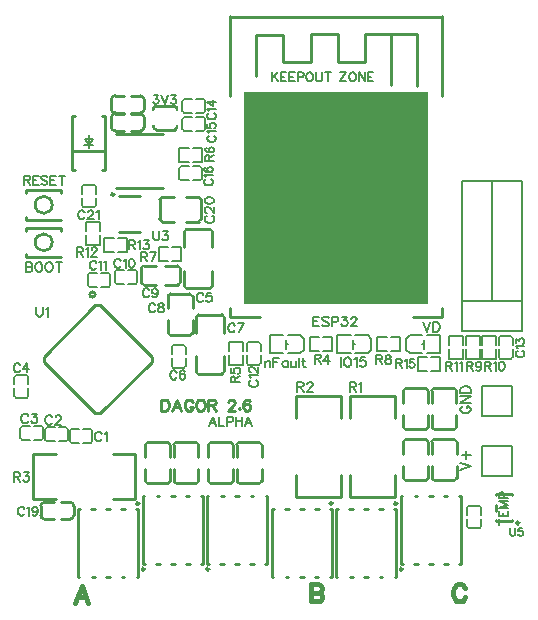
<source format=gto>
G04 Layer: TopSilkscreenLayer*
G04 EasyEDA v6.5.39, 2024-01-10 12:04:11*
G04 8066753d26f04e3aa7ec2003dc8d02ef,7c1e8d740ba24e6f83eb2d53d3341807,10*
G04 Gerber Generator version 0.2*
G04 Scale: 100 percent, Rotated: No, Reflected: No *
G04 Dimensions in millimeters *
G04 leading zeros omitted , absolute positions ,4 integer and 5 decimal *
%FSLAX45Y45*%
%MOMM*%

%ADD10C,0.2500*%
%ADD11C,0.2032*%
%ADD12C,0.4000*%
%ADD13C,0.1524*%
%ADD14C,0.2000*%
%ADD15C,0.1500*%
%ADD16C,0.2540*%
%ADD17C,0.2030*%
%ADD18C,0.1270*%
%ADD19C,0.2030*%
%ADD20C,0.0196*%

%LPD*%
D10*
X-909396Y-417258D02*
G01*
X-909396Y-512762D01*
X-909396Y-417258D02*
G01*
X-877646Y-417258D01*
X-863930Y-421830D01*
X-854786Y-430720D01*
X-850214Y-439864D01*
X-845642Y-453580D01*
X-845642Y-476186D01*
X-850214Y-489902D01*
X-854786Y-499046D01*
X-863930Y-508190D01*
X-877646Y-512762D01*
X-909396Y-512762D01*
X-779348Y-417258D02*
G01*
X-815670Y-512762D01*
X-779348Y-417258D02*
G01*
X-743026Y-512762D01*
X-802208Y-480758D02*
G01*
X-756742Y-480758D01*
X-644728Y-439864D02*
G01*
X-649300Y-430720D01*
X-658444Y-421830D01*
X-667588Y-417258D01*
X-685876Y-417258D01*
X-694766Y-421830D01*
X-703910Y-430720D01*
X-708482Y-439864D01*
X-713054Y-453580D01*
X-713054Y-476186D01*
X-708482Y-489902D01*
X-703910Y-499046D01*
X-694766Y-508190D01*
X-685876Y-512762D01*
X-667588Y-512762D01*
X-658444Y-508190D01*
X-649300Y-499046D01*
X-644728Y-489902D01*
X-644728Y-476186D01*
X-667588Y-476186D02*
G01*
X-644728Y-476186D01*
X-587578Y-417258D02*
G01*
X-596722Y-421830D01*
X-605866Y-430720D01*
X-610184Y-439864D01*
X-614756Y-453580D01*
X-614756Y-476186D01*
X-610184Y-489902D01*
X-605866Y-499046D01*
X-596722Y-508190D01*
X-587578Y-512762D01*
X-569290Y-512762D01*
X-560400Y-508190D01*
X-551256Y-499046D01*
X-546684Y-489902D01*
X-542112Y-476186D01*
X-542112Y-453580D01*
X-546684Y-439864D01*
X-551256Y-430720D01*
X-560400Y-421830D01*
X-569290Y-417258D01*
X-587578Y-417258D01*
X-512140Y-417258D02*
G01*
X-512140Y-512762D01*
X-512140Y-417258D02*
G01*
X-471246Y-417258D01*
X-457530Y-421830D01*
X-452958Y-426402D01*
X-448386Y-435292D01*
X-448386Y-444436D01*
X-452958Y-453580D01*
X-457530Y-458152D01*
X-471246Y-462724D01*
X-512140Y-462724D01*
X-480390Y-462724D02*
G01*
X-448386Y-512762D01*
X-343992Y-439864D02*
G01*
X-343992Y-435292D01*
X-339420Y-426402D01*
X-334848Y-421830D01*
X-325704Y-417258D01*
X-307670Y-417258D01*
X-298526Y-421830D01*
X-293954Y-426402D01*
X-289382Y-435292D01*
X-289382Y-444436D01*
X-293954Y-453580D01*
X-303098Y-467296D01*
X-348564Y-512762D01*
X-284810Y-512762D01*
X-250266Y-489902D02*
G01*
X-254838Y-494474D01*
X-250266Y-499046D01*
X-245694Y-494474D01*
X-250266Y-489902D01*
X-161112Y-430720D02*
G01*
X-165684Y-421830D01*
X-179400Y-417258D01*
X-188544Y-417258D01*
X-202006Y-421830D01*
X-211150Y-435292D01*
X-215722Y-458152D01*
X-215722Y-480758D01*
X-211150Y-499046D01*
X-202006Y-508190D01*
X-188544Y-512762D01*
X-183972Y-512762D01*
X-170256Y-508190D01*
X-161112Y-499046D01*
X-156794Y-485330D01*
X-156794Y-480758D01*
X-161112Y-467296D01*
X-170256Y-458152D01*
X-183972Y-453580D01*
X-188544Y-453580D01*
X-202006Y-458152D01*
X-211150Y-467296D01*
X-215722Y-480758D01*
D11*
X1644142Y-471931D02*
G01*
X1636013Y-476250D01*
X1627886Y-484378D01*
X1623568Y-492505D01*
X1623568Y-508762D01*
X1627886Y-517144D01*
X1636013Y-525271D01*
X1644142Y-529336D01*
X1656334Y-533400D01*
X1676907Y-533400D01*
X1689100Y-529336D01*
X1697228Y-525271D01*
X1705610Y-517144D01*
X1709673Y-508762D01*
X1709673Y-492505D01*
X1705610Y-484378D01*
X1697228Y-476250D01*
X1689100Y-471931D01*
X1676907Y-471931D01*
X1676907Y-492505D02*
G01*
X1676907Y-471931D01*
X1623568Y-445007D02*
G01*
X1709673Y-445007D01*
X1623568Y-445007D02*
G01*
X1709673Y-387857D01*
X1623568Y-387857D02*
G01*
X1709673Y-387857D01*
X1623568Y-360679D02*
G01*
X1709673Y-360679D01*
X1623568Y-360679D02*
G01*
X1623568Y-332231D01*
X1627886Y-319786D01*
X1636013Y-311657D01*
X1644142Y-307594D01*
X1656334Y-303529D01*
X1676907Y-303529D01*
X1689100Y-307594D01*
X1697228Y-311657D01*
X1705610Y-319786D01*
X1709673Y-332231D01*
X1709673Y-360679D01*
X-2057400Y746252D02*
G01*
X-2057400Y664971D01*
X-2057400Y746252D02*
G01*
X-2022602Y746252D01*
X-2010918Y742187D01*
X-2007107Y738378D01*
X-2003297Y730757D01*
X-2003297Y722884D01*
X-2007107Y715263D01*
X-2010918Y711454D01*
X-2022602Y707644D01*
X-2057400Y707644D02*
G01*
X-2022602Y707644D01*
X-2010918Y703579D01*
X-2007107Y699770D01*
X-2003297Y692150D01*
X-2003297Y680465D01*
X-2007107Y672845D01*
X-2010918Y668781D01*
X-2022602Y664971D01*
X-2057400Y664971D01*
X-1954529Y746252D02*
G01*
X-1962404Y742187D01*
X-1970023Y734568D01*
X-1973834Y726947D01*
X-1977897Y715263D01*
X-1977897Y695960D01*
X-1973834Y684276D01*
X-1970023Y676655D01*
X-1962404Y668781D01*
X-1954529Y664971D01*
X-1939289Y664971D01*
X-1931415Y668781D01*
X-1923795Y676655D01*
X-1919731Y684276D01*
X-1915921Y695960D01*
X-1915921Y715263D01*
X-1919731Y726947D01*
X-1923795Y734568D01*
X-1931415Y742187D01*
X-1939289Y746252D01*
X-1954529Y746252D01*
X-1867407Y746252D02*
G01*
X-1875028Y742187D01*
X-1882647Y734568D01*
X-1886712Y726947D01*
X-1890521Y715263D01*
X-1890521Y695960D01*
X-1886712Y684276D01*
X-1882647Y676655D01*
X-1875028Y668781D01*
X-1867407Y664971D01*
X-1851913Y664971D01*
X-1844039Y668781D01*
X-1836420Y676655D01*
X-1832610Y684276D01*
X-1828545Y695960D01*
X-1828545Y715263D01*
X-1832610Y726947D01*
X-1836420Y734568D01*
X-1844039Y742187D01*
X-1851913Y746252D01*
X-1867407Y746252D01*
X-1776221Y746252D02*
G01*
X-1776221Y664971D01*
X-1803145Y746252D02*
G01*
X-1749044Y746252D01*
X611911Y-58737D02*
G01*
X611911Y-140017D01*
X660679Y-58737D02*
G01*
X652805Y-62801D01*
X645185Y-70421D01*
X641375Y-78041D01*
X637311Y-89725D01*
X637311Y-109029D01*
X641375Y-120713D01*
X645185Y-128333D01*
X652805Y-136207D01*
X660679Y-140017D01*
X676173Y-140017D01*
X683793Y-136207D01*
X691413Y-128333D01*
X695477Y-120713D01*
X699287Y-109029D01*
X699287Y-89725D01*
X695477Y-78041D01*
X691413Y-70421D01*
X683793Y-62801D01*
X676173Y-58737D01*
X660679Y-58737D01*
X724687Y-74231D02*
G01*
X732561Y-70421D01*
X743991Y-58737D01*
X743991Y-140017D01*
X815873Y-58737D02*
G01*
X777265Y-58737D01*
X773455Y-93535D01*
X777265Y-89725D01*
X788949Y-85915D01*
X800379Y-85915D01*
X812063Y-89725D01*
X819683Y-97345D01*
X823747Y-109029D01*
X823747Y-116649D01*
X819683Y-128333D01*
X812063Y-136207D01*
X800379Y-140017D01*
X788949Y-140017D01*
X777265Y-136207D01*
X773455Y-132143D01*
X769645Y-124523D01*
X1307719Y238569D02*
G01*
X1338706Y157289D01*
X1369440Y238569D02*
G01*
X1338706Y157289D01*
X1395095Y238569D02*
G01*
X1395095Y157289D01*
X1395095Y238569D02*
G01*
X1422019Y238569D01*
X1433703Y234505D01*
X1441322Y226885D01*
X1445387Y219265D01*
X1449196Y207581D01*
X1449196Y188277D01*
X1445387Y176593D01*
X1441322Y168973D01*
X1433703Y161099D01*
X1422019Y157289D01*
X1395095Y157289D01*
X-28092Y-88519D02*
G01*
X-28092Y-142620D01*
X-28092Y-104012D02*
G01*
X-16408Y-92329D01*
X-8788Y-88519D01*
X2895Y-88519D01*
X10515Y-92329D01*
X14325Y-104012D01*
X14325Y-142620D01*
X39979Y-61340D02*
G01*
X39979Y-142620D01*
X39979Y-61340D02*
G01*
X90017Y-61340D01*
X39979Y-99948D02*
G01*
X70713Y-99948D01*
X161899Y-88519D02*
G01*
X161899Y-142620D01*
X161899Y-99948D02*
G01*
X154279Y-92329D01*
X146659Y-88519D01*
X134975Y-88519D01*
X127101Y-92329D01*
X119481Y-99948D01*
X115671Y-111632D01*
X115671Y-119253D01*
X119481Y-130937D01*
X127101Y-138811D01*
X134975Y-142620D01*
X146659Y-142620D01*
X154279Y-138811D01*
X161899Y-130937D01*
X187553Y-88519D02*
G01*
X187553Y-127127D01*
X191363Y-138811D01*
X198983Y-142620D01*
X210667Y-142620D01*
X218287Y-138811D01*
X229971Y-127127D01*
X229971Y-88519D02*
G01*
X229971Y-142620D01*
X255371Y-61340D02*
G01*
X255371Y-142620D01*
X292709Y-61340D02*
G01*
X292709Y-127127D01*
X296519Y-138811D01*
X304139Y-142620D01*
X312013Y-142620D01*
X281025Y-88519D02*
G01*
X307949Y-88519D01*
X1948535Y-1455293D02*
G01*
X2024989Y-1455293D01*
X1948535Y-1480693D02*
G01*
X1948535Y-1429893D01*
X1948535Y-1405762D02*
G01*
X2024989Y-1405762D01*
X1948535Y-1405762D02*
G01*
X1948535Y-1358519D01*
X1984857Y-1405762D02*
G01*
X1984857Y-1376806D01*
X2024989Y-1405762D02*
G01*
X2024989Y-1358519D01*
X1948535Y-1334388D02*
G01*
X2024989Y-1334388D01*
X1948535Y-1334388D02*
G01*
X2024989Y-1305432D01*
X1948535Y-1276222D02*
G01*
X2024989Y-1305432D01*
X1948535Y-1276222D02*
G01*
X2024989Y-1276222D01*
X1948535Y-1252346D02*
G01*
X2024989Y-1252346D01*
X1948535Y-1252346D02*
G01*
X1948535Y-1219580D01*
X1952091Y-1208659D01*
X1955901Y-1205103D01*
X1963013Y-1201546D01*
X1973935Y-1201546D01*
X1981301Y-1205103D01*
X1984857Y-1208659D01*
X1988667Y-1219580D01*
X1988667Y-1252346D01*
X-2070100Y1477771D02*
G01*
X-2070100Y1401318D01*
X-2070100Y1477771D02*
G01*
X-2037334Y1477771D01*
X-2026412Y1474215D01*
X-2022855Y1470405D01*
X-2019300Y1463294D01*
X-2019300Y1455928D01*
X-2022855Y1448562D01*
X-2026412Y1445005D01*
X-2037334Y1441450D01*
X-2070100Y1441450D01*
X-2044700Y1441450D02*
G01*
X-2019300Y1401318D01*
X-1995170Y1477771D02*
G01*
X-1995170Y1401318D01*
X-1995170Y1477771D02*
G01*
X-1947926Y1477771D01*
X-1995170Y1441450D02*
G01*
X-1966213Y1441450D01*
X-1995170Y1401318D02*
G01*
X-1947926Y1401318D01*
X-1872995Y1466850D02*
G01*
X-1880362Y1474215D01*
X-1891284Y1477771D01*
X-1905762Y1477771D01*
X-1916684Y1474215D01*
X-1923795Y1466850D01*
X-1923795Y1459484D01*
X-1920239Y1452371D01*
X-1916684Y1448562D01*
X-1909318Y1445005D01*
X-1887473Y1437639D01*
X-1880362Y1434084D01*
X-1876552Y1430528D01*
X-1872995Y1423162D01*
X-1872995Y1412239D01*
X-1880362Y1404873D01*
X-1891284Y1401318D01*
X-1905762Y1401318D01*
X-1916684Y1404873D01*
X-1923795Y1412239D01*
X-1849120Y1477771D02*
G01*
X-1849120Y1401318D01*
X-1849120Y1477771D02*
G01*
X-1801621Y1477771D01*
X-1849120Y1441450D02*
G01*
X-1819910Y1441450D01*
X-1849120Y1401318D02*
G01*
X-1801621Y1401318D01*
X-1752345Y1477771D02*
G01*
X-1752345Y1401318D01*
X-1777745Y1477771D02*
G01*
X-1726945Y1477771D01*
D12*
X-1583689Y-1994915D02*
G01*
X-1638300Y-2138171D01*
X-1583689Y-1994915D02*
G01*
X-1529334Y-2138171D01*
X-1617726Y-2090420D02*
G01*
X-1549654Y-2090420D01*
X355600Y-1982215D02*
G01*
X355600Y-2125471D01*
X355600Y-1982215D02*
G01*
X417068Y-1982215D01*
X437387Y-1989073D01*
X444245Y-1995931D01*
X451104Y-2009394D01*
X451104Y-2023110D01*
X444245Y-2036826D01*
X437387Y-2043684D01*
X417068Y-2050542D01*
X355600Y-2050542D02*
G01*
X417068Y-2050542D01*
X437387Y-2057145D01*
X444245Y-2064004D01*
X451104Y-2077720D01*
X451104Y-2098039D01*
X444245Y-2111755D01*
X437387Y-2118613D01*
X417068Y-2125471D01*
X355600Y-2125471D01*
X1664462Y-2016252D02*
G01*
X1657604Y-2002789D01*
X1643887Y-1989073D01*
X1630171Y-1982215D01*
X1602994Y-1982215D01*
X1589278Y-1989073D01*
X1575815Y-2002789D01*
X1568957Y-2016252D01*
X1562100Y-2036826D01*
X1562100Y-2070862D01*
X1568957Y-2091436D01*
X1575815Y-2104897D01*
X1589278Y-2118613D01*
X1602994Y-2125471D01*
X1630171Y-2125471D01*
X1643887Y-2118613D01*
X1657604Y-2104897D01*
X1664462Y-2091436D01*
D13*
X-971042Y2158492D02*
G01*
X-933704Y2158492D01*
X-954023Y2131313D01*
X-943863Y2131313D01*
X-937005Y2127757D01*
X-933704Y2124455D01*
X-930147Y2114042D01*
X-930147Y2107437D01*
X-933704Y2097023D01*
X-940307Y2090420D01*
X-950721Y2086863D01*
X-960881Y2086863D01*
X-971042Y2090420D01*
X-974597Y2093721D01*
X-977900Y2100579D01*
X-907795Y2158492D02*
G01*
X-880363Y2086863D01*
X-853186Y2158492D02*
G01*
X-880363Y2086863D01*
X-823721Y2158492D02*
G01*
X-786384Y2158492D01*
X-806704Y2131313D01*
X-796544Y2131313D01*
X-789686Y2127757D01*
X-786384Y2124455D01*
X-782828Y2114042D01*
X-782828Y2107437D01*
X-786384Y2097023D01*
X-793242Y2090420D01*
X-803402Y2086863D01*
X-813562Y2086863D01*
X-823721Y2090420D01*
X-827278Y2093721D01*
X-830579Y2100579D01*
D11*
X1623568Y-1016000D02*
G01*
X1709673Y-983234D01*
X1623568Y-950468D02*
G01*
X1709673Y-983234D01*
X1636013Y-886713D02*
G01*
X1709673Y-886713D01*
X1672844Y-923544D02*
G01*
X1672844Y-849884D01*
D14*
X-473786Y-564324D02*
G01*
X-502996Y-640778D01*
X-473786Y-564324D02*
G01*
X-444830Y-640778D01*
X-492074Y-615378D02*
G01*
X-455752Y-615378D01*
X-420700Y-564324D02*
G01*
X-420700Y-640778D01*
X-420700Y-640778D02*
G01*
X-377266Y-640778D01*
X-353136Y-564324D02*
G01*
X-353136Y-640778D01*
X-353136Y-564324D02*
G01*
X-320370Y-564324D01*
X-309448Y-567880D01*
X-305892Y-571690D01*
X-302336Y-578802D01*
X-302336Y-589724D01*
X-305892Y-597090D01*
X-309448Y-600646D01*
X-320370Y-604456D01*
X-353136Y-604456D01*
X-278206Y-564324D02*
G01*
X-278206Y-640778D01*
X-227406Y-564324D02*
G01*
X-227406Y-640778D01*
X-278206Y-600646D02*
G01*
X-227406Y-600646D01*
X-174320Y-564324D02*
G01*
X-203276Y-640778D01*
X-174320Y-564324D02*
G01*
X-145110Y-640778D01*
X-192354Y-615378D02*
G01*
X-156032Y-615378D01*
D13*
X2110435Y-6362D02*
G01*
X2103577Y-9664D01*
X2096719Y-16522D01*
X2093417Y-23380D01*
X2093417Y-37096D01*
X2096719Y-43954D01*
X2103577Y-50558D01*
X2110435Y-54114D01*
X2120595Y-57416D01*
X2137613Y-57416D01*
X2147773Y-54114D01*
X2154631Y-50558D01*
X2161489Y-43954D01*
X2164791Y-37096D01*
X2164791Y-23380D01*
X2161489Y-16522D01*
X2154631Y-9664D01*
X2147773Y-6362D01*
X2106879Y16243D02*
G01*
X2103577Y22847D01*
X2093417Y33261D01*
X2164791Y33261D01*
X2093417Y62471D02*
G01*
X2093417Y100063D01*
X2120595Y79489D01*
X2120595Y89903D01*
X2123897Y96507D01*
X2127453Y100063D01*
X2137613Y103365D01*
X2144471Y103365D01*
X2154631Y100063D01*
X2161489Y93205D01*
X2164791Y83045D01*
X2164791Y72631D01*
X2161489Y62471D01*
X2158187Y59169D01*
X2151329Y55613D01*
X-2068804Y-1342009D02*
G01*
X-2072614Y-1334643D01*
X-2079726Y-1327277D01*
X-2087092Y-1323720D01*
X-2101570Y-1323720D01*
X-2108936Y-1327277D01*
X-2116048Y-1334643D01*
X-2119858Y-1342009D01*
X-2123414Y-1352930D01*
X-2123414Y-1370964D01*
X-2119858Y-1381887D01*
X-2116048Y-1389253D01*
X-2108936Y-1396619D01*
X-2101570Y-1400175D01*
X-2087092Y-1400175D01*
X-2079726Y-1396619D01*
X-2072614Y-1389253D01*
X-2068804Y-1381887D01*
X-2044928Y-1338198D02*
G01*
X-2037562Y-1334643D01*
X-2026640Y-1323720D01*
X-2026640Y-1400175D01*
X-1955520Y-1349120D02*
G01*
X-1959076Y-1360043D01*
X-1966442Y-1367409D01*
X-1977110Y-1370964D01*
X-1980920Y-1370964D01*
X-1991842Y-1367409D01*
X-1998954Y-1360043D01*
X-2002764Y-1349120D01*
X-2002764Y-1345564D01*
X-1998954Y-1334643D01*
X-1991842Y-1327277D01*
X-1980920Y-1323720D01*
X-1977110Y-1323720D01*
X-1966442Y-1327277D01*
X-1959076Y-1334643D01*
X-1955520Y-1349120D01*
X-1955520Y-1367409D01*
X-1959076Y-1385696D01*
X-1966442Y-1396619D01*
X-1977110Y-1400175D01*
X-1984476Y-1400175D01*
X-1995398Y-1396619D01*
X-1998954Y-1389253D01*
X685800Y-269747D02*
G01*
X685800Y-351028D01*
X685800Y-269747D02*
G01*
X720597Y-269747D01*
X732281Y-273812D01*
X736092Y-277621D01*
X739902Y-285242D01*
X739902Y-293115D01*
X736092Y-300736D01*
X732281Y-304545D01*
X720597Y-308355D01*
X685800Y-308355D01*
X712723Y-308355D02*
G01*
X739902Y-351028D01*
X765302Y-285242D02*
G01*
X773176Y-281431D01*
X784605Y-269747D01*
X784605Y-351028D01*
X241300Y-269747D02*
G01*
X241300Y-351028D01*
X241300Y-269747D02*
G01*
X276097Y-269747D01*
X287781Y-273812D01*
X291592Y-277621D01*
X295402Y-285242D01*
X295402Y-293115D01*
X291592Y-300736D01*
X287781Y-304545D01*
X276097Y-308355D01*
X241300Y-308355D01*
X268223Y-308355D02*
G01*
X295402Y-351028D01*
X324865Y-289052D02*
G01*
X324865Y-285242D01*
X328676Y-277621D01*
X332486Y-273812D01*
X340105Y-269747D01*
X355600Y-269747D01*
X363473Y-273812D01*
X367284Y-277621D01*
X371094Y-285242D01*
X371094Y-293115D01*
X367284Y-300736D01*
X359410Y-312420D01*
X320802Y-351028D01*
X374904Y-351028D01*
X-2159000Y-1031747D02*
G01*
X-2159000Y-1113028D01*
X-2159000Y-1031747D02*
G01*
X-2124202Y-1031747D01*
X-2112518Y-1035812D01*
X-2108707Y-1039621D01*
X-2104897Y-1047242D01*
X-2104897Y-1055115D01*
X-2108707Y-1062736D01*
X-2112518Y-1066545D01*
X-2124202Y-1070355D01*
X-2159000Y-1070355D01*
X-2132076Y-1070355D02*
G01*
X-2104897Y-1113028D01*
X-2071623Y-1031747D02*
G01*
X-2029205Y-1031747D01*
X-2052320Y-1062736D01*
X-2040889Y-1062736D01*
X-2033015Y-1066545D01*
X-2029205Y-1070355D01*
X-2025395Y-1082039D01*
X-2025395Y-1089660D01*
X-2029205Y-1101344D01*
X-2036826Y-1109218D01*
X-2048510Y-1113028D01*
X-2060194Y-1113028D01*
X-2071623Y-1109218D01*
X-2075434Y-1105154D01*
X-2079497Y-1097534D01*
X-977900Y1007871D02*
G01*
X-977900Y953262D01*
X-974344Y942339D01*
X-966978Y934973D01*
X-956055Y931418D01*
X-948689Y931418D01*
X-938021Y934973D01*
X-930655Y942339D01*
X-927100Y953262D01*
X-927100Y1007871D01*
X-895604Y1007871D02*
G01*
X-855726Y1007871D01*
X-877570Y978662D01*
X-866647Y978662D01*
X-859281Y975105D01*
X-855726Y971550D01*
X-852170Y960628D01*
X-852170Y953262D01*
X-855726Y942339D01*
X-863092Y934973D01*
X-874013Y931418D01*
X-884936Y931418D01*
X-895604Y934973D01*
X-899413Y938784D01*
X-902970Y945895D01*
X2044700Y-1504187D02*
G01*
X2044700Y-1551939D01*
X2048002Y-1561337D01*
X2054352Y-1567687D01*
X2063750Y-1570989D01*
X2070100Y-1570989D01*
X2079752Y-1567687D01*
X2086102Y-1561337D01*
X2089150Y-1551939D01*
X2089150Y-1504187D01*
X2148331Y-1504187D02*
G01*
X2116581Y-1504187D01*
X2113534Y-1532889D01*
X2116581Y-1529587D01*
X2126234Y-1526539D01*
X2135631Y-1526539D01*
X2145284Y-1529587D01*
X2151634Y-1535937D01*
X2154681Y-1545589D01*
X2154681Y-1551939D01*
X2151634Y-1561337D01*
X2145284Y-1567687D01*
X2135631Y-1570989D01*
X2126234Y-1570989D01*
X2116581Y-1567687D01*
X2113534Y-1564639D01*
X2110231Y-1558289D01*
X1676400Y-97015D02*
G01*
X1676400Y-173469D01*
X1676400Y-97015D02*
G01*
X1709165Y-97015D01*
X1720087Y-100571D01*
X1723644Y-104381D01*
X1727200Y-111493D01*
X1727200Y-118859D01*
X1723644Y-126225D01*
X1720087Y-129781D01*
X1709165Y-133337D01*
X1676400Y-133337D01*
X1701800Y-133337D02*
G01*
X1727200Y-173469D01*
X1798573Y-122415D02*
G01*
X1795018Y-133337D01*
X1787652Y-140703D01*
X1776729Y-144259D01*
X1773173Y-144259D01*
X1762252Y-140703D01*
X1754886Y-133337D01*
X1751329Y-122415D01*
X1751329Y-118859D01*
X1754886Y-107937D01*
X1762252Y-100571D01*
X1773173Y-97015D01*
X1776729Y-97015D01*
X1787652Y-100571D01*
X1795018Y-107937D01*
X1798573Y-122415D01*
X1798573Y-140703D01*
X1795018Y-158991D01*
X1787652Y-169913D01*
X1776729Y-173469D01*
X1769363Y-173469D01*
X1758695Y-169913D01*
X1754886Y-162547D01*
X-961389Y379984D02*
G01*
X-965200Y387350D01*
X-972312Y394715D01*
X-979678Y398271D01*
X-994155Y398271D01*
X-1001521Y394715D01*
X-1008634Y387350D01*
X-1012444Y379984D01*
X-1016000Y369062D01*
X-1016000Y351028D01*
X-1012444Y340105D01*
X-1008634Y332739D01*
X-1001521Y325373D01*
X-994155Y321818D01*
X-979678Y321818D01*
X-972312Y325373D01*
X-965200Y332739D01*
X-961389Y340105D01*
X-919226Y398271D02*
G01*
X-930147Y394715D01*
X-933704Y387350D01*
X-933704Y379984D01*
X-930147Y372871D01*
X-923036Y369062D01*
X-908304Y365505D01*
X-897381Y361950D01*
X-890270Y354584D01*
X-886460Y347218D01*
X-886460Y336295D01*
X-890270Y329184D01*
X-893826Y325373D01*
X-904747Y321818D01*
X-919226Y321818D01*
X-930147Y325373D01*
X-933704Y329184D01*
X-937513Y336295D01*
X-937513Y347218D01*
X-933704Y354584D01*
X-926592Y361950D01*
X-915670Y365505D01*
X-901192Y369062D01*
X-893826Y372871D01*
X-890270Y379984D01*
X-890270Y387350D01*
X-893826Y394715D01*
X-904747Y398271D01*
X-919226Y398271D01*
D11*
X378647Y285290D02*
G01*
X378647Y204010D01*
X378647Y285290D02*
G01*
X428939Y285290D01*
X378647Y246682D02*
G01*
X409635Y246682D01*
X378647Y204010D02*
G01*
X428939Y204010D01*
X508441Y273606D02*
G01*
X500821Y281226D01*
X489137Y285290D01*
X473643Y285290D01*
X462213Y281226D01*
X454339Y273606D01*
X454339Y265986D01*
X458149Y258112D01*
X462213Y254302D01*
X469833Y250492D01*
X492947Y242618D01*
X500821Y238808D01*
X504631Y234998D01*
X508441Y227378D01*
X508441Y215694D01*
X500821Y207820D01*
X489137Y204010D01*
X473643Y204010D01*
X462213Y207820D01*
X454339Y215694D01*
X533841Y285290D02*
G01*
X533841Y204010D01*
X533841Y285290D02*
G01*
X568639Y285290D01*
X580323Y281226D01*
X584133Y277416D01*
X587943Y269796D01*
X587943Y258112D01*
X584133Y250492D01*
X580323Y246682D01*
X568639Y242618D01*
X533841Y242618D01*
X621217Y285290D02*
G01*
X663889Y285290D01*
X640521Y254302D01*
X652205Y254302D01*
X659825Y250492D01*
X663889Y246682D01*
X667699Y234998D01*
X667699Y227378D01*
X663889Y215694D01*
X656015Y207820D01*
X644585Y204010D01*
X632901Y204010D01*
X621217Y207820D01*
X617407Y211884D01*
X613597Y219504D01*
X696909Y265986D02*
G01*
X696909Y269796D01*
X700973Y277416D01*
X704783Y281226D01*
X712403Y285290D01*
X727897Y285290D01*
X735771Y281226D01*
X739581Y277416D01*
X743391Y269796D01*
X743391Y261922D01*
X739581Y254302D01*
X731707Y242618D01*
X693099Y204010D01*
X747201Y204010D01*
X26415Y2354326D02*
G01*
X26415Y2277871D01*
X77215Y2354326D02*
G01*
X26415Y2303271D01*
X44450Y2321560D02*
G01*
X77215Y2277871D01*
X101092Y2354326D02*
G01*
X101092Y2277871D01*
X101092Y2354326D02*
G01*
X148589Y2354326D01*
X101092Y2318004D02*
G01*
X130302Y2318004D01*
X101092Y2277871D02*
G01*
X148589Y2277871D01*
X172465Y2354326D02*
G01*
X172465Y2277871D01*
X172465Y2354326D02*
G01*
X219710Y2354326D01*
X172465Y2318004D02*
G01*
X201676Y2318004D01*
X172465Y2277871D02*
G01*
X219710Y2277871D01*
X243839Y2354326D02*
G01*
X243839Y2277871D01*
X243839Y2354326D02*
G01*
X276352Y2354326D01*
X287273Y2350770D01*
X291084Y2346960D01*
X294639Y2339847D01*
X294639Y2328926D01*
X291084Y2321560D01*
X287273Y2318004D01*
X276352Y2314194D01*
X243839Y2314194D01*
X340360Y2354326D02*
G01*
X333247Y2350770D01*
X325881Y2343404D01*
X322326Y2336037D01*
X318770Y2325115D01*
X318770Y2307081D01*
X322326Y2296160D01*
X325881Y2288794D01*
X333247Y2281428D01*
X340360Y2277871D01*
X355092Y2277871D01*
X362204Y2281428D01*
X369570Y2288794D01*
X373126Y2296160D01*
X376936Y2307081D01*
X376936Y2325115D01*
X373126Y2336037D01*
X369570Y2343404D01*
X362204Y2350770D01*
X355092Y2354326D01*
X340360Y2354326D01*
X400812Y2354326D02*
G01*
X400812Y2299715D01*
X404368Y2288794D01*
X411734Y2281428D01*
X422655Y2277871D01*
X430021Y2277871D01*
X440944Y2281428D01*
X448055Y2288794D01*
X451865Y2299715D01*
X451865Y2354326D01*
X501142Y2354326D02*
G01*
X501142Y2277871D01*
X475742Y2354326D02*
G01*
X526542Y2354326D01*
X657605Y2354326D02*
G01*
X606552Y2277871D01*
X606552Y2354326D02*
G01*
X657605Y2354326D01*
X606552Y2277871D02*
G01*
X657605Y2277871D01*
X703326Y2354326D02*
G01*
X696213Y2350770D01*
X688847Y2343404D01*
X685292Y2336037D01*
X681481Y2325115D01*
X681481Y2307081D01*
X685292Y2296160D01*
X688847Y2288794D01*
X696213Y2281428D01*
X703326Y2277871D01*
X717804Y2277871D01*
X725170Y2281428D01*
X732536Y2288794D01*
X736092Y2296160D01*
X739647Y2307081D01*
X739647Y2325115D01*
X736092Y2336037D01*
X732536Y2343404D01*
X725170Y2350770D01*
X717804Y2354326D01*
X703326Y2354326D01*
X763778Y2354326D02*
G01*
X763778Y2277871D01*
X763778Y2354326D02*
G01*
X814578Y2277871D01*
X814578Y2354326D02*
G01*
X814578Y2277871D01*
X838707Y2354326D02*
G01*
X838707Y2277871D01*
X838707Y2354326D02*
G01*
X885952Y2354326D01*
X838707Y2318004D02*
G01*
X867663Y2318004D01*
X838707Y2277871D02*
G01*
X885952Y2277871D01*
D13*
X1498498Y-97053D02*
G01*
X1498498Y-173507D01*
X1498498Y-97053D02*
G01*
X1531264Y-97053D01*
X1542186Y-100609D01*
X1545996Y-104419D01*
X1549552Y-111531D01*
X1549552Y-118897D01*
X1545996Y-126263D01*
X1542186Y-129819D01*
X1531264Y-133375D01*
X1498498Y-133375D01*
X1524152Y-133375D02*
G01*
X1549552Y-173507D01*
X1573428Y-111531D02*
G01*
X1580794Y-107975D01*
X1591716Y-97053D01*
X1591716Y-173507D01*
X1615592Y-111531D02*
G01*
X1622958Y-107975D01*
X1633880Y-97053D01*
X1633880Y-173507D01*
X-149072Y-255117D02*
G01*
X-156438Y-258673D01*
X-163804Y-266039D01*
X-167360Y-273405D01*
X-167360Y-287883D01*
X-163804Y-295249D01*
X-156438Y-302361D01*
X-149072Y-306171D01*
X-138150Y-309727D01*
X-120116Y-309727D01*
X-109194Y-306171D01*
X-101828Y-302361D01*
X-94462Y-295249D01*
X-90906Y-287883D01*
X-90906Y-273405D01*
X-94462Y-266039D01*
X-101828Y-258673D01*
X-109194Y-255117D01*
X-152882Y-231241D02*
G01*
X-156438Y-223875D01*
X-167360Y-212953D01*
X-90906Y-212953D01*
X-149072Y-185267D02*
G01*
X-152882Y-185267D01*
X-159994Y-181711D01*
X-163804Y-178155D01*
X-167360Y-170789D01*
X-167360Y-156311D01*
X-163804Y-148945D01*
X-159994Y-145389D01*
X-152882Y-141579D01*
X-145516Y-141579D01*
X-138150Y-145389D01*
X-127228Y-152501D01*
X-90906Y-189077D01*
X-90906Y-138023D01*
X-1558251Y1167384D02*
G01*
X-1562061Y1174750D01*
X-1569173Y1182115D01*
X-1576539Y1185671D01*
X-1591017Y1185671D01*
X-1598383Y1182115D01*
X-1605495Y1174750D01*
X-1609305Y1167384D01*
X-1612861Y1156462D01*
X-1612861Y1138428D01*
X-1609305Y1127505D01*
X-1605495Y1120139D01*
X-1598383Y1112773D01*
X-1591017Y1109218D01*
X-1576539Y1109218D01*
X-1569173Y1112773D01*
X-1562061Y1120139D01*
X-1558251Y1127505D01*
X-1530565Y1167384D02*
G01*
X-1530565Y1171194D01*
X-1527009Y1178305D01*
X-1523453Y1182115D01*
X-1516087Y1185671D01*
X-1501609Y1185671D01*
X-1494243Y1182115D01*
X-1490687Y1178305D01*
X-1487131Y1171194D01*
X-1487131Y1163828D01*
X-1490687Y1156462D01*
X-1498053Y1145539D01*
X-1534375Y1109218D01*
X-1483321Y1109218D01*
X-1459445Y1171194D02*
G01*
X-1452079Y1174750D01*
X-1441157Y1185671D01*
X-1441157Y1109218D01*
X-1181206Y931638D02*
G01*
X-1181206Y855184D01*
X-1181206Y931638D02*
G01*
X-1148440Y931638D01*
X-1137518Y928082D01*
X-1133708Y924272D01*
X-1130152Y917160D01*
X-1130152Y909794D01*
X-1133708Y902428D01*
X-1137518Y898872D01*
X-1148440Y895316D01*
X-1181206Y895316D01*
X-1155552Y895316D02*
G01*
X-1130152Y855184D01*
X-1106276Y917160D02*
G01*
X-1098910Y920716D01*
X-1087988Y931638D01*
X-1087988Y855184D01*
X-1056746Y931638D02*
G01*
X-1016614Y931638D01*
X-1038458Y902428D01*
X-1027536Y902428D01*
X-1020424Y898872D01*
X-1016614Y895316D01*
X-1013058Y884394D01*
X-1013058Y877028D01*
X-1016614Y866106D01*
X-1023980Y858994D01*
X-1034902Y855184D01*
X-1045824Y855184D01*
X-1056746Y858994D01*
X-1060302Y862550D01*
X-1064112Y869916D01*
X-1620702Y870742D02*
G01*
X-1620702Y794288D01*
X-1620702Y870742D02*
G01*
X-1587936Y870742D01*
X-1577014Y867186D01*
X-1573204Y863376D01*
X-1569648Y856264D01*
X-1569648Y848898D01*
X-1573204Y841532D01*
X-1577014Y837976D01*
X-1587936Y834420D01*
X-1620702Y834420D01*
X-1595048Y834420D02*
G01*
X-1569648Y794288D01*
X-1545772Y856264D02*
G01*
X-1538406Y859820D01*
X-1527484Y870742D01*
X-1527484Y794288D01*
X-1499798Y852454D02*
G01*
X-1499798Y856264D01*
X-1496242Y863376D01*
X-1492686Y867186D01*
X-1485320Y870742D01*
X-1470842Y870742D01*
X-1463476Y867186D01*
X-1459920Y863376D01*
X-1456110Y856264D01*
X-1456110Y848898D01*
X-1459920Y841532D01*
X-1467032Y830610D01*
X-1503608Y794288D01*
X-1452554Y794288D01*
X-535579Y1605414D02*
G01*
X-463951Y1605414D01*
X-535579Y1605414D02*
G01*
X-535579Y1636148D01*
X-532277Y1646308D01*
X-528721Y1649610D01*
X-521863Y1653166D01*
X-515005Y1653166D01*
X-508401Y1649610D01*
X-504845Y1646308D01*
X-501543Y1636148D01*
X-501543Y1605414D01*
X-501543Y1629290D02*
G01*
X-463951Y1653166D01*
X-525419Y1716666D02*
G01*
X-532277Y1713110D01*
X-535579Y1702950D01*
X-535579Y1696092D01*
X-532277Y1685932D01*
X-521863Y1679074D01*
X-504845Y1675518D01*
X-487827Y1675518D01*
X-474111Y1679074D01*
X-467507Y1685932D01*
X-463951Y1696092D01*
X-463951Y1699394D01*
X-467507Y1709808D01*
X-474111Y1716666D01*
X-484525Y1719968D01*
X-487827Y1719968D01*
X-497987Y1716666D01*
X-504845Y1709808D01*
X-508401Y1699394D01*
X-508401Y1696092D01*
X-504845Y1685932D01*
X-497987Y1679074D01*
X-487827Y1675518D01*
X1828800Y-97015D02*
G01*
X1828800Y-173469D01*
X1828800Y-97015D02*
G01*
X1861565Y-97015D01*
X1872487Y-100571D01*
X1876044Y-104381D01*
X1879600Y-111493D01*
X1879600Y-118859D01*
X1876044Y-126225D01*
X1872487Y-129781D01*
X1861565Y-133337D01*
X1828800Y-133337D01*
X1854200Y-133337D02*
G01*
X1879600Y-173469D01*
X1903729Y-111493D02*
G01*
X1911095Y-107937D01*
X1921763Y-97015D01*
X1921763Y-173469D01*
X1967738Y-97015D02*
G01*
X1956815Y-100571D01*
X1949450Y-111493D01*
X1945893Y-129781D01*
X1945893Y-140703D01*
X1949450Y-158991D01*
X1956815Y-169913D01*
X1967738Y-173469D01*
X1975104Y-173469D01*
X1985772Y-169913D01*
X1993138Y-158991D01*
X1996693Y-140703D01*
X1996693Y-129781D01*
X1993138Y-111493D01*
X1985772Y-100571D01*
X1975104Y-97015D01*
X1967738Y-97015D01*
X1079627Y-76657D02*
G01*
X1079627Y-148285D01*
X1079627Y-76657D02*
G01*
X1110106Y-76657D01*
X1120520Y-80213D01*
X1123822Y-83515D01*
X1127125Y-90373D01*
X1127125Y-97231D01*
X1123822Y-104089D01*
X1120520Y-107391D01*
X1110106Y-110693D01*
X1079627Y-110693D01*
X1103248Y-110693D02*
G01*
X1127125Y-148285D01*
X1149730Y-90373D02*
G01*
X1156588Y-87071D01*
X1166748Y-76657D01*
X1166748Y-148285D01*
X1230248Y-76657D02*
G01*
X1196212Y-76657D01*
X1192656Y-107391D01*
X1196212Y-104089D01*
X1206372Y-100533D01*
X1216532Y-100533D01*
X1226693Y-104089D01*
X1233551Y-110693D01*
X1237106Y-121107D01*
X1237106Y-127965D01*
X1233551Y-138125D01*
X1226693Y-144983D01*
X1216532Y-148285D01*
X1206372Y-148285D01*
X1196212Y-144983D01*
X1192656Y-141427D01*
X1189354Y-134569D01*
X-319735Y-271691D02*
G01*
X-243281Y-271691D01*
X-319735Y-271691D02*
G01*
X-319735Y-238925D01*
X-316179Y-228003D01*
X-312369Y-224193D01*
X-305257Y-220637D01*
X-297891Y-220637D01*
X-290525Y-224193D01*
X-286969Y-228003D01*
X-283413Y-238925D01*
X-283413Y-271691D01*
X-283413Y-246037D02*
G01*
X-243281Y-220637D01*
X-319735Y-153073D02*
G01*
X-319735Y-189395D01*
X-286969Y-192951D01*
X-290525Y-189395D01*
X-294335Y-178473D01*
X-294335Y-167551D01*
X-290525Y-156629D01*
X-283413Y-149517D01*
X-272491Y-145707D01*
X-265125Y-145707D01*
X-254203Y-149517D01*
X-247091Y-156629D01*
X-243281Y-167551D01*
X-243281Y-178473D01*
X-247091Y-189395D01*
X-250647Y-192951D01*
X-258013Y-196761D01*
X-523747Y1137412D02*
G01*
X-531368Y1133602D01*
X-538987Y1125981D01*
X-543052Y1118107D01*
X-543052Y1102613D01*
X-538987Y1094994D01*
X-531368Y1087120D01*
X-523747Y1083310D01*
X-512063Y1079500D01*
X-492760Y1079500D01*
X-481076Y1083310D01*
X-473455Y1087120D01*
X-465581Y1094994D01*
X-461771Y1102613D01*
X-461771Y1118107D01*
X-465581Y1125981D01*
X-473455Y1133602D01*
X-481076Y1137412D01*
X-523747Y1166876D02*
G01*
X-527557Y1166876D01*
X-535178Y1170686D01*
X-538987Y1174495D01*
X-543052Y1182370D01*
X-543052Y1197610D01*
X-538987Y1205484D01*
X-535178Y1209294D01*
X-527557Y1213104D01*
X-519684Y1213104D01*
X-512063Y1209294D01*
X-500379Y1201673D01*
X-461771Y1163065D01*
X-461771Y1217168D01*
X-543052Y1265681D02*
G01*
X-538987Y1254252D01*
X-527557Y1246378D01*
X-508254Y1242568D01*
X-496570Y1242568D01*
X-477265Y1246378D01*
X-465581Y1254252D01*
X-461771Y1265681D01*
X-461771Y1273555D01*
X-465581Y1284986D01*
X-477265Y1292860D01*
X-496570Y1296670D01*
X-508254Y1296670D01*
X-527557Y1292860D01*
X-538987Y1284986D01*
X-543052Y1273555D01*
X-543052Y1265681D01*
X-554989Y468884D02*
G01*
X-558800Y476250D01*
X-565912Y483615D01*
X-573278Y487171D01*
X-587755Y487171D01*
X-595121Y483615D01*
X-602234Y476250D01*
X-606044Y468884D01*
X-609600Y457962D01*
X-609600Y439928D01*
X-606044Y429005D01*
X-602234Y421639D01*
X-595121Y414273D01*
X-587755Y410718D01*
X-573278Y410718D01*
X-565912Y414273D01*
X-558800Y421639D01*
X-554989Y429005D01*
X-487426Y487171D02*
G01*
X-523747Y487171D01*
X-527304Y454405D01*
X-523747Y457962D01*
X-512826Y461771D01*
X-501904Y461771D01*
X-490981Y457962D01*
X-483870Y450850D01*
X-480060Y439928D01*
X-480060Y432562D01*
X-483870Y421639D01*
X-490981Y414273D01*
X-501904Y410718D01*
X-512826Y410718D01*
X-523747Y414273D01*
X-527304Y418084D01*
X-531113Y425195D01*
X-503173Y2006854D02*
G01*
X-510031Y2003552D01*
X-516889Y1996694D01*
X-520192Y1989836D01*
X-520192Y1976373D01*
X-516889Y1969515D01*
X-510031Y1962657D01*
X-503173Y1959102D01*
X-493013Y1955800D01*
X-475742Y1955800D01*
X-465581Y1959102D01*
X-458723Y1962657D01*
X-452120Y1969515D01*
X-448563Y1976373D01*
X-448563Y1989836D01*
X-452120Y1996694D01*
X-458723Y2003552D01*
X-465581Y2006854D01*
X-506476Y2029460D02*
G01*
X-510031Y2036318D01*
X-520192Y2046478D01*
X-448563Y2046478D01*
X-520192Y2103120D02*
G01*
X-472439Y2069084D01*
X-472439Y2120137D01*
X-520192Y2103120D02*
G01*
X-448563Y2103120D01*
X-2104389Y-128015D02*
G01*
X-2108200Y-120650D01*
X-2115312Y-113284D01*
X-2122678Y-109728D01*
X-2137155Y-109728D01*
X-2144521Y-113284D01*
X-2151634Y-120650D01*
X-2155444Y-128015D01*
X-2159000Y-138937D01*
X-2159000Y-156971D01*
X-2155444Y-167894D01*
X-2151634Y-175260D01*
X-2144521Y-182626D01*
X-2137155Y-186181D01*
X-2122678Y-186181D01*
X-2115312Y-182626D01*
X-2108200Y-175260D01*
X-2104389Y-167894D01*
X-2044192Y-109728D02*
G01*
X-2080513Y-160781D01*
X-2025904Y-160781D01*
X-2044192Y-109728D02*
G01*
X-2044192Y-186181D01*
X-528568Y1448061D02*
G01*
X-535426Y1444759D01*
X-542284Y1437901D01*
X-545586Y1431043D01*
X-545586Y1417581D01*
X-542284Y1410723D01*
X-535426Y1403865D01*
X-528568Y1400309D01*
X-518408Y1397007D01*
X-501136Y1397007D01*
X-490976Y1400309D01*
X-484118Y1403865D01*
X-477514Y1410723D01*
X-473958Y1417581D01*
X-473958Y1431043D01*
X-477514Y1437901D01*
X-484118Y1444759D01*
X-490976Y1448061D01*
X-531870Y1470667D02*
G01*
X-535426Y1477525D01*
X-545586Y1487685D01*
X-473958Y1487685D01*
X-535426Y1551185D02*
G01*
X-542284Y1547629D01*
X-545586Y1537469D01*
X-545586Y1530611D01*
X-542284Y1520451D01*
X-531870Y1513593D01*
X-514852Y1510291D01*
X-497834Y1510291D01*
X-484118Y1513593D01*
X-477514Y1520451D01*
X-473958Y1530611D01*
X-473958Y1534167D01*
X-477514Y1544327D01*
X-484118Y1551185D01*
X-494532Y1554487D01*
X-497834Y1554487D01*
X-507994Y1551185D01*
X-514852Y1544327D01*
X-518408Y1534167D01*
X-518408Y1530611D01*
X-514852Y1520451D01*
X-507994Y1513593D01*
X-497834Y1510291D01*
X-503173Y1816354D02*
G01*
X-510031Y1813052D01*
X-516889Y1806194D01*
X-520192Y1799336D01*
X-520192Y1785873D01*
X-516889Y1779015D01*
X-510031Y1772157D01*
X-503173Y1768602D01*
X-493013Y1765300D01*
X-475742Y1765300D01*
X-465581Y1768602D01*
X-458723Y1772157D01*
X-452120Y1779015D01*
X-448563Y1785873D01*
X-448563Y1799336D01*
X-452120Y1806194D01*
X-458723Y1813052D01*
X-465581Y1816354D01*
X-506476Y1838960D02*
G01*
X-510031Y1845818D01*
X-520192Y1855978D01*
X-448563Y1855978D01*
X-520192Y1919478D02*
G01*
X-520192Y1885187D01*
X-489457Y1881886D01*
X-493013Y1885187D01*
X-496315Y1895602D01*
X-496315Y1905762D01*
X-493013Y1915921D01*
X-486155Y1922779D01*
X-475742Y1926336D01*
X-469137Y1926336D01*
X-458723Y1922779D01*
X-452120Y1915921D01*
X-448563Y1905762D01*
X-448563Y1895602D01*
X-452120Y1885187D01*
X-455421Y1881886D01*
X-462279Y1878584D01*
X-285978Y209994D02*
G01*
X-289788Y217360D01*
X-296900Y224726D01*
X-304266Y228282D01*
X-318744Y228282D01*
X-326110Y224726D01*
X-333222Y217360D01*
X-337032Y209994D01*
X-340588Y199072D01*
X-340588Y181038D01*
X-337032Y170116D01*
X-333222Y162750D01*
X-326110Y155384D01*
X-318744Y151828D01*
X-304266Y151828D01*
X-296900Y155384D01*
X-289788Y162750D01*
X-285978Y170116D01*
X-211048Y228282D02*
G01*
X-247624Y151828D01*
X-262102Y228282D02*
G01*
X-211048Y228282D01*
X-1415338Y-708152D02*
G01*
X-1419148Y-700531D01*
X-1426768Y-692912D01*
X-1434642Y-688847D01*
X-1450136Y-688847D01*
X-1457756Y-692912D01*
X-1465376Y-700531D01*
X-1469440Y-708152D01*
X-1473250Y-719836D01*
X-1473250Y-739139D01*
X-1469440Y-750823D01*
X-1465376Y-758444D01*
X-1457756Y-766318D01*
X-1450136Y-770128D01*
X-1434642Y-770128D01*
X-1426768Y-766318D01*
X-1419148Y-758444D01*
X-1415338Y-750823D01*
X-1389684Y-704342D02*
G01*
X-1382064Y-700531D01*
X-1370380Y-688847D01*
X-1370380Y-770128D01*
X-1834362Y-568452D02*
G01*
X-1838172Y-560831D01*
X-1846046Y-553212D01*
X-1853666Y-549147D01*
X-1869160Y-549147D01*
X-1876780Y-553212D01*
X-1884654Y-560831D01*
X-1888464Y-568452D01*
X-1892274Y-580136D01*
X-1892274Y-599439D01*
X-1888464Y-611123D01*
X-1884654Y-618744D01*
X-1876780Y-626618D01*
X-1869160Y-630428D01*
X-1853666Y-630428D01*
X-1846046Y-626618D01*
X-1838172Y-618744D01*
X-1834362Y-611123D01*
X-1804898Y-568452D02*
G01*
X-1804898Y-564642D01*
X-1801088Y-557021D01*
X-1797278Y-553212D01*
X-1789404Y-549147D01*
X-1774164Y-549147D01*
X-1766290Y-553212D01*
X-1762480Y-557021D01*
X-1758670Y-564642D01*
X-1758670Y-572515D01*
X-1762480Y-580136D01*
X-1770100Y-591820D01*
X-1808962Y-630428D01*
X-1754860Y-630428D01*
X-2037499Y-555752D02*
G01*
X-2041309Y-548131D01*
X-2049183Y-540512D01*
X-2056803Y-536447D01*
X-2072297Y-536447D01*
X-2079917Y-540512D01*
X-2087791Y-548131D01*
X-2091601Y-555752D01*
X-2095411Y-567436D01*
X-2095411Y-586739D01*
X-2091601Y-598423D01*
X-2087791Y-606044D01*
X-2079917Y-613918D01*
X-2072297Y-617728D01*
X-2056803Y-617728D01*
X-2049183Y-613918D01*
X-2041309Y-606044D01*
X-2037499Y-598423D01*
X-2004225Y-536447D02*
G01*
X-1961807Y-536447D01*
X-1984921Y-567436D01*
X-1973491Y-567436D01*
X-1965617Y-571245D01*
X-1961807Y-575055D01*
X-1957997Y-586739D01*
X-1957997Y-594360D01*
X-1961807Y-606044D01*
X-1969427Y-613918D01*
X-1981111Y-617728D01*
X-1992795Y-617728D01*
X-2004225Y-613918D01*
X-2008035Y-609854D01*
X-2012099Y-602234D01*
X-778598Y-188912D02*
G01*
X-782408Y-181546D01*
X-789520Y-174180D01*
X-796886Y-170624D01*
X-811364Y-170624D01*
X-818730Y-174180D01*
X-825842Y-181546D01*
X-829652Y-188912D01*
X-833208Y-199834D01*
X-833208Y-217868D01*
X-829652Y-228790D01*
X-825842Y-236156D01*
X-818730Y-243522D01*
X-811364Y-247078D01*
X-796886Y-247078D01*
X-789520Y-243522D01*
X-782408Y-236156D01*
X-778598Y-228790D01*
X-711034Y-181546D02*
G01*
X-714590Y-174180D01*
X-725512Y-170624D01*
X-732878Y-170624D01*
X-743800Y-174180D01*
X-750912Y-185102D01*
X-754722Y-203390D01*
X-754722Y-221678D01*
X-750912Y-236156D01*
X-743800Y-243522D01*
X-732878Y-247078D01*
X-729322Y-247078D01*
X-718400Y-243522D01*
X-711034Y-236156D01*
X-707478Y-225234D01*
X-707478Y-221678D01*
X-711034Y-210756D01*
X-718400Y-203390D01*
X-729322Y-199834D01*
X-732878Y-199834D01*
X-743800Y-203390D01*
X-750912Y-210756D01*
X-754722Y-221678D01*
X-1459382Y740790D02*
G01*
X-1463192Y748156D01*
X-1470304Y755522D01*
X-1477670Y759079D01*
X-1492148Y759079D01*
X-1499514Y755522D01*
X-1506626Y748156D01*
X-1510436Y740790D01*
X-1513992Y729869D01*
X-1513992Y711835D01*
X-1510436Y700912D01*
X-1506626Y693546D01*
X-1499514Y686180D01*
X-1492148Y682625D01*
X-1477670Y682625D01*
X-1470304Y686180D01*
X-1463192Y693546D01*
X-1459382Y700912D01*
X-1435506Y744601D02*
G01*
X-1428140Y748156D01*
X-1417218Y759079D01*
X-1417218Y682625D01*
X-1393342Y744601D02*
G01*
X-1385976Y748156D01*
X-1375054Y759079D01*
X-1375054Y682625D01*
X-1251140Y756094D02*
G01*
X-1254950Y763460D01*
X-1262062Y770826D01*
X-1269428Y774382D01*
X-1283906Y774382D01*
X-1291272Y770826D01*
X-1298384Y763460D01*
X-1302194Y756094D01*
X-1305750Y745172D01*
X-1305750Y727138D01*
X-1302194Y716216D01*
X-1298384Y708850D01*
X-1291272Y701484D01*
X-1283906Y697928D01*
X-1269428Y697928D01*
X-1262062Y701484D01*
X-1254950Y708850D01*
X-1251140Y716216D01*
X-1227264Y759904D02*
G01*
X-1219898Y763460D01*
X-1208976Y774382D01*
X-1208976Y697928D01*
X-1163256Y774382D02*
G01*
X-1174178Y770826D01*
X-1181290Y759904D01*
X-1185100Y741616D01*
X-1185100Y730694D01*
X-1181290Y712406D01*
X-1174178Y701484D01*
X-1163256Y697928D01*
X-1155890Y697928D01*
X-1144968Y701484D01*
X-1137856Y712406D01*
X-1134046Y730694D01*
X-1134046Y741616D01*
X-1137856Y759904D01*
X-1144968Y770826D01*
X-1155890Y774382D01*
X-1163256Y774382D01*
X-1079500Y830071D02*
G01*
X-1079500Y753618D01*
X-1079500Y830071D02*
G01*
X-1046734Y830071D01*
X-1035812Y826515D01*
X-1032255Y822705D01*
X-1028700Y815594D01*
X-1028700Y808228D01*
X-1032255Y800862D01*
X-1035812Y797305D01*
X-1046734Y793750D01*
X-1079500Y793750D01*
X-1054100Y793750D02*
G01*
X-1028700Y753618D01*
X-953770Y830071D02*
G01*
X-990092Y753618D01*
X-1004570Y830071D02*
G01*
X-953770Y830071D01*
X-1012189Y506984D02*
G01*
X-1016000Y514350D01*
X-1023112Y521715D01*
X-1030478Y525271D01*
X-1044955Y525271D01*
X-1052321Y521715D01*
X-1059434Y514350D01*
X-1063244Y506984D01*
X-1066800Y496062D01*
X-1066800Y478028D01*
X-1063244Y467105D01*
X-1059434Y459739D01*
X-1052321Y452373D01*
X-1044955Y448818D01*
X-1030478Y448818D01*
X-1023112Y452373D01*
X-1016000Y459739D01*
X-1012189Y467105D01*
X-941070Y499871D02*
G01*
X-944626Y488950D01*
X-951992Y481584D01*
X-962913Y478028D01*
X-966470Y478028D01*
X-977392Y481584D01*
X-984504Y488950D01*
X-988313Y499871D01*
X-988313Y503428D01*
X-984504Y514350D01*
X-977392Y521715D01*
X-966470Y525271D01*
X-962913Y525271D01*
X-951992Y521715D01*
X-944626Y514350D01*
X-941070Y499871D01*
X-941070Y481584D01*
X-944626Y463295D01*
X-951992Y452373D01*
X-962913Y448818D01*
X-970026Y448818D01*
X-980947Y452373D01*
X-984504Y459739D01*
X388315Y-35813D02*
G01*
X388315Y-112268D01*
X388315Y-35813D02*
G01*
X421081Y-35813D01*
X432003Y-39370D01*
X435559Y-43179D01*
X439115Y-50292D01*
X439115Y-57657D01*
X435559Y-65023D01*
X432003Y-68579D01*
X421081Y-72136D01*
X388315Y-72136D01*
X413715Y-72136D02*
G01*
X439115Y-112268D01*
X499567Y-35813D02*
G01*
X463245Y-86868D01*
X517855Y-86868D01*
X499567Y-35813D02*
G01*
X499567Y-112268D01*
X-1968500Y365252D02*
G01*
X-1968500Y307339D01*
X-1964689Y295655D01*
X-1956815Y287781D01*
X-1945386Y283971D01*
X-1937512Y283971D01*
X-1926081Y287781D01*
X-1918207Y295655D01*
X-1914397Y307339D01*
X-1914397Y365252D01*
X-1888997Y349757D02*
G01*
X-1881123Y353568D01*
X-1869694Y365252D01*
X-1869694Y283971D01*
X911738Y-41165D02*
G01*
X911738Y-117365D01*
X911738Y-41165D02*
G01*
X944504Y-41165D01*
X955426Y-44721D01*
X958982Y-48277D01*
X962538Y-55643D01*
X962538Y-62755D01*
X958982Y-70121D01*
X955426Y-73677D01*
X944504Y-77487D01*
X911738Y-77487D01*
X937138Y-77487D02*
G01*
X962538Y-117365D01*
X1004702Y-41165D02*
G01*
X993780Y-44721D01*
X990224Y-52087D01*
X990224Y-59199D01*
X993780Y-66565D01*
X1001146Y-70121D01*
X1015624Y-73677D01*
X1026546Y-77487D01*
X1033912Y-84599D01*
X1037468Y-91965D01*
X1037468Y-102887D01*
X1033912Y-110253D01*
X1030356Y-113809D01*
X1019434Y-117365D01*
X1004702Y-117365D01*
X993780Y-113809D01*
X990224Y-110253D01*
X986668Y-102887D01*
X986668Y-91965D01*
X990224Y-84599D01*
X997590Y-77487D01*
X1008512Y-73677D01*
X1022990Y-70121D01*
X1030356Y-66565D01*
X1033912Y-59199D01*
X1033912Y-52087D01*
X1030356Y-44721D01*
X1019434Y-41165D01*
X1004702Y-41165D01*
G36*
X-208889Y2184654D02*
G01*
X-208889Y392531D01*
X1352753Y392531D01*
X1352753Y2184654D01*
G37*
D15*
X2066607Y43395D02*
G01*
X2066607Y105399D01*
X2066607Y7391D02*
G01*
X2066607Y-54599D01*
X1946602Y7391D02*
G01*
X1946602Y-54599D01*
X1966602Y-69608D02*
G01*
X2046599Y-69608D01*
X1946602Y43395D02*
G01*
X1946602Y105399D01*
X1966602Y120395D02*
G01*
X2046599Y120395D01*
X1961611Y-69608D02*
G01*
X1966602Y-69608D01*
X2051598Y-69608D02*
G01*
X2046599Y-69608D01*
X1961598Y120395D02*
G01*
X1966602Y120395D01*
X2051611Y120395D02*
G01*
X2046599Y120395D01*
X1679892Y-1427695D02*
G01*
X1679892Y-1489699D01*
X1679892Y-1391691D02*
G01*
X1679892Y-1329700D01*
X1799897Y-1391691D02*
G01*
X1799897Y-1329700D01*
X1779897Y-1314691D02*
G01*
X1699900Y-1314691D01*
X1799897Y-1427695D02*
G01*
X1799897Y-1489699D01*
X1779897Y-1504695D02*
G01*
X1699900Y-1504695D01*
X1784888Y-1314691D02*
G01*
X1779897Y-1314691D01*
X1694901Y-1314691D02*
G01*
X1699900Y-1314691D01*
X1784901Y-1504695D02*
G01*
X1779897Y-1504695D01*
X1694888Y-1504695D02*
G01*
X1699900Y-1504695D01*
D16*
X-1819478Y-1428699D02*
G01*
X-1899480Y-1428699D01*
X-1930460Y-1317718D02*
G01*
X-1930460Y-1397718D01*
X-1819478Y-1286736D02*
G01*
X-1899480Y-1286736D01*
X-1761888Y-1429283D02*
G01*
X-1681894Y-1429283D01*
X-1761888Y-1287320D02*
G01*
X-1681894Y-1287320D01*
X-1650911Y-1318300D02*
G01*
X-1650911Y-1398303D01*
D15*
X123398Y-24323D02*
G01*
X8397Y-24323D01*
X8397Y-24312D02*
G01*
X8397Y123680D01*
X123398Y125689D02*
G01*
X8397Y125689D01*
X161399Y125920D02*
G01*
X266410Y125920D01*
X296405Y85912D02*
G01*
X296405Y95915D01*
X266410Y125920D01*
X296405Y15918D02*
G01*
X296405Y85912D01*
X296405Y15918D02*
G01*
X296405Y5902D01*
X266410Y-24091D01*
X161399Y-24091D02*
G01*
X266410Y-24091D01*
D17*
X144779Y91439D02*
G01*
X144779Y12700D01*
X144779Y51595D02*
G01*
X162316Y51595D01*
D15*
X1337101Y125923D02*
G01*
X1452102Y125923D01*
X1452102Y125912D02*
G01*
X1452102Y-22080D01*
X1337101Y-24089D02*
G01*
X1452102Y-24089D01*
X1299100Y-24320D02*
G01*
X1194089Y-24320D01*
X1164094Y15687D02*
G01*
X1164094Y5684D01*
X1194089Y-24320D01*
X1164094Y85681D02*
G01*
X1164094Y15687D01*
X1164094Y85681D02*
G01*
X1164094Y95697D01*
X1194089Y125691D01*
X1299100Y125691D02*
G01*
X1194089Y125691D01*
D17*
X1315720Y10160D02*
G01*
X1315720Y88900D01*
X1315720Y50004D02*
G01*
X1298183Y50004D01*
D15*
X694898Y-24323D02*
G01*
X579897Y-24323D01*
X579897Y-24312D02*
G01*
X579897Y123680D01*
X694898Y125689D02*
G01*
X579897Y125689D01*
X732899Y125920D02*
G01*
X837910Y125920D01*
X867905Y85912D02*
G01*
X867905Y95915D01*
X837910Y125920D01*
X867905Y15918D02*
G01*
X867905Y85912D01*
X867905Y15918D02*
G01*
X867905Y5902D01*
X837910Y-24091D01*
X732899Y-24091D02*
G01*
X837910Y-24091D01*
D17*
X716279Y91439D02*
G01*
X716279Y12700D01*
X716279Y51595D02*
G01*
X733816Y51595D01*
D16*
X1132880Y-1809790D02*
G01*
X1117506Y-1809790D01*
X1117506Y-1774286D01*
X1259880Y-1809790D02*
G01*
X1229111Y-1809790D01*
X1386880Y-1809790D02*
G01*
X1356111Y-1809790D01*
X1513880Y-1809790D02*
G01*
X1483111Y-1809790D01*
X1625506Y-1774286D02*
G01*
X1625495Y-1774286D01*
X1625495Y-1809790D01*
X1610111Y-1809790D01*
X1128389Y-1229791D02*
G01*
X1117506Y-1229791D01*
X1117506Y-1266286D01*
X1258389Y-1229791D02*
G01*
X1234617Y-1229791D01*
X1388389Y-1229791D02*
G01*
X1354617Y-1229791D01*
X1508389Y-1229791D02*
G01*
X1484617Y-1229791D01*
X1625506Y-1266286D02*
G01*
X1625495Y-1266286D01*
X1625495Y-1229791D01*
X1614617Y-1229791D01*
X1117506Y-1774286D02*
G01*
X1117506Y-1266286D01*
X1625506Y-1774286D02*
G01*
X1625506Y-1266286D01*
X1064016Y-1339580D02*
G01*
X1079390Y-1339580D01*
X1079390Y-1375084D01*
X937016Y-1339580D02*
G01*
X967785Y-1339580D01*
X810016Y-1339580D02*
G01*
X840785Y-1339580D01*
X683016Y-1339580D02*
G01*
X713785Y-1339580D01*
X571390Y-1375084D02*
G01*
X571400Y-1375084D01*
X571400Y-1339580D01*
X586785Y-1339580D01*
X1068506Y-1919579D02*
G01*
X1079390Y-1919579D01*
X1079390Y-1883084D01*
X938507Y-1919579D02*
G01*
X962279Y-1919579D01*
X808507Y-1919579D02*
G01*
X842279Y-1919579D01*
X688507Y-1919579D02*
G01*
X712279Y-1919579D01*
X571390Y-1883084D02*
G01*
X571400Y-1883084D01*
X571400Y-1919579D01*
X582279Y-1919579D01*
X1079390Y-1375084D02*
G01*
X1079390Y-1883084D01*
X571390Y-1375084D02*
G01*
X571390Y-1883084D01*
X-505419Y-1809790D02*
G01*
X-520793Y-1809790D01*
X-520793Y-1774286D01*
X-378419Y-1809790D02*
G01*
X-409188Y-1809790D01*
X-251419Y-1809790D02*
G01*
X-282188Y-1809790D01*
X-124419Y-1809790D02*
G01*
X-155188Y-1809790D01*
X-12793Y-1774286D02*
G01*
X-12804Y-1774286D01*
X-12804Y-1809790D01*
X-28188Y-1809790D01*
X-509910Y-1229791D02*
G01*
X-520793Y-1229791D01*
X-520793Y-1266286D01*
X-379910Y-1229791D02*
G01*
X-403682Y-1229791D01*
X-249910Y-1229791D02*
G01*
X-283682Y-1229791D01*
X-129910Y-1229791D02*
G01*
X-153682Y-1229791D01*
X-12793Y-1266286D02*
G01*
X-12804Y-1266286D01*
X-12804Y-1229791D01*
X-23682Y-1229791D01*
X-520793Y-1774286D02*
G01*
X-520793Y-1266286D01*
X-12793Y-1774286D02*
G01*
X-12793Y-1266286D01*
X517916Y-1339580D02*
G01*
X533290Y-1339580D01*
X533290Y-1375084D01*
X390916Y-1339580D02*
G01*
X421685Y-1339580D01*
X263916Y-1339580D02*
G01*
X294685Y-1339580D01*
X136916Y-1339580D02*
G01*
X167685Y-1339580D01*
X25290Y-1375084D02*
G01*
X25300Y-1375084D01*
X25300Y-1339580D01*
X40685Y-1339580D01*
X522406Y-1919579D02*
G01*
X533290Y-1919579D01*
X533290Y-1883084D01*
X392407Y-1919579D02*
G01*
X416179Y-1919579D01*
X262407Y-1919579D02*
G01*
X296179Y-1919579D01*
X142407Y-1919579D02*
G01*
X166179Y-1919579D01*
X25290Y-1883084D02*
G01*
X25300Y-1883084D01*
X25300Y-1919579D01*
X36179Y-1919579D01*
X533290Y-1375084D02*
G01*
X533290Y-1883084D01*
X25290Y-1375084D02*
G01*
X25290Y-1883084D01*
X-1051519Y-1809790D02*
G01*
X-1066893Y-1809790D01*
X-1066893Y-1774286D01*
X-924519Y-1809790D02*
G01*
X-955288Y-1809790D01*
X-797519Y-1809790D02*
G01*
X-828288Y-1809790D01*
X-670519Y-1809790D02*
G01*
X-701288Y-1809790D01*
X-558893Y-1774286D02*
G01*
X-558904Y-1774286D01*
X-558904Y-1809790D01*
X-574288Y-1809790D01*
X-1056010Y-1229791D02*
G01*
X-1066893Y-1229791D01*
X-1066893Y-1266286D01*
X-926010Y-1229791D02*
G01*
X-949782Y-1229791D01*
X-796010Y-1229791D02*
G01*
X-829782Y-1229791D01*
X-676010Y-1229791D02*
G01*
X-699782Y-1229791D01*
X-558893Y-1266286D02*
G01*
X-558904Y-1266286D01*
X-558904Y-1229791D01*
X-569782Y-1229791D01*
X-1066893Y-1774286D02*
G01*
X-1066893Y-1266286D01*
X-558893Y-1774286D02*
G01*
X-558893Y-1266286D01*
X-1120383Y-1339580D02*
G01*
X-1105009Y-1339580D01*
X-1105009Y-1375084D01*
X-1247383Y-1339580D02*
G01*
X-1216614Y-1339580D01*
X-1374383Y-1339580D02*
G01*
X-1343614Y-1339580D01*
X-1501383Y-1339580D02*
G01*
X-1470614Y-1339580D01*
X-1613009Y-1375084D02*
G01*
X-1612999Y-1375084D01*
X-1612999Y-1339580D01*
X-1597614Y-1339580D01*
X-1115893Y-1919579D02*
G01*
X-1105009Y-1919579D01*
X-1105009Y-1883084D01*
X-1245892Y-1919579D02*
G01*
X-1222120Y-1919579D01*
X-1375892Y-1919579D02*
G01*
X-1342120Y-1919579D01*
X-1495892Y-1919579D02*
G01*
X-1472120Y-1919579D01*
X-1613009Y-1883084D02*
G01*
X-1612999Y-1883084D01*
X-1612999Y-1919579D01*
X-1602120Y-1919579D01*
X-1105009Y-1375084D02*
G01*
X-1105009Y-1883084D01*
X-1613009Y-1375084D02*
G01*
X-1613009Y-1883084D01*
X686188Y-1052802D02*
G01*
X686188Y-1242804D01*
X1066182Y-1052802D02*
G01*
X1066182Y-1242804D01*
X686188Y-572803D02*
G01*
X686188Y-382800D01*
X1066182Y-572803D02*
G01*
X1066182Y-382800D01*
X686188Y-1242804D02*
G01*
X1066182Y-1242801D01*
X686188Y-382800D02*
G01*
X1066182Y-382803D01*
X228988Y-1052802D02*
G01*
X228988Y-1242804D01*
X608982Y-1052802D02*
G01*
X608982Y-1242804D01*
X228988Y-572803D02*
G01*
X228988Y-382800D01*
X608982Y-572803D02*
G01*
X608982Y-382800D01*
X228988Y-1242804D02*
G01*
X608982Y-1242801D01*
X228988Y-382800D02*
G01*
X608982Y-382803D01*
X-1322212Y-1256797D02*
G01*
X-1132210Y-1256797D01*
X-1322212Y-876802D02*
G01*
X-1132210Y-876802D01*
X-1802211Y-1256797D02*
G01*
X-1992213Y-1256797D01*
X-1802211Y-876802D02*
G01*
X-1992213Y-876802D01*
X-1132210Y-1256797D02*
G01*
X-1132212Y-876802D01*
X-1992213Y-1256797D02*
G01*
X-1992210Y-876802D01*
X-1091074Y1000683D02*
G01*
X-1271076Y1000683D01*
X-1091074Y1310685D02*
G01*
X-1271076Y1310685D01*
X1923902Y-1448498D02*
G01*
X2063899Y-1448498D01*
X1923902Y-1218496D02*
G01*
X2063899Y-1218496D01*
X1923902Y-1448498D02*
G01*
X1923902Y-1439308D01*
X1923902Y-1357693D02*
G01*
X1923902Y-1309306D01*
X1923902Y-1227691D02*
G01*
X1923902Y-1218496D01*
X2063899Y-1448498D02*
G01*
X2063899Y-1439311D01*
X2063899Y-1227688D02*
G01*
X2063899Y-1218496D01*
X-1222667Y1860600D02*
G01*
X-1302669Y1860600D01*
X-1333649Y1971581D02*
G01*
X-1333649Y1891581D01*
X-1222667Y2002563D02*
G01*
X-1302669Y2002563D01*
X-1165077Y1860016D02*
G01*
X-1085082Y1860016D01*
X-1165077Y2001979D02*
G01*
X-1085082Y2001979D01*
X-1054100Y1970999D02*
G01*
X-1054100Y1890996D01*
X-1222578Y2013000D02*
G01*
X-1302580Y2013000D01*
X-1333560Y2123981D02*
G01*
X-1333560Y2043981D01*
X-1222578Y2154963D02*
G01*
X-1302580Y2154963D01*
X-1164988Y2012416D02*
G01*
X-1084994Y2012416D01*
X-1164988Y2154379D02*
G01*
X-1084994Y2154379D01*
X-1054011Y2123399D02*
G01*
X-1054011Y2043396D01*
X1324526Y-670303D02*
G01*
X1164523Y-670303D01*
X1324526Y-320296D02*
G01*
X1164521Y-320299D01*
X1140523Y-545299D02*
G01*
X1140523Y-650298D01*
X1348524Y-545299D02*
G01*
X1348524Y-650298D01*
X1140523Y-445300D02*
G01*
X1140523Y-340301D01*
X1348524Y-445300D02*
G01*
X1348524Y-340301D01*
X1326517Y-320296D02*
G01*
X1324526Y-320296D01*
X1328519Y-320296D02*
G01*
X1324526Y-320296D01*
X1160526Y-320299D02*
G01*
X1164521Y-320299D01*
X1328519Y-670303D02*
G01*
X1324526Y-670303D01*
X1160528Y-670303D02*
G01*
X1164523Y-670303D01*
X1565826Y-670303D02*
G01*
X1405823Y-670303D01*
X1565826Y-320296D02*
G01*
X1405821Y-320299D01*
X1381823Y-545299D02*
G01*
X1381823Y-650298D01*
X1589824Y-545299D02*
G01*
X1589824Y-650298D01*
X1381823Y-445300D02*
G01*
X1381823Y-340301D01*
X1589824Y-445300D02*
G01*
X1589824Y-340301D01*
X1567817Y-320296D02*
G01*
X1565826Y-320296D01*
X1569819Y-320296D02*
G01*
X1565826Y-320296D01*
X1401826Y-320299D02*
G01*
X1405821Y-320299D01*
X1569819Y-670303D02*
G01*
X1565826Y-670303D01*
X1401828Y-670303D02*
G01*
X1405823Y-670303D01*
D15*
X1787202Y-69588D02*
G01*
X1667197Y-69588D01*
X1787202Y7411D02*
G01*
X1787202Y-69588D01*
X1787202Y120413D02*
G01*
X1667197Y120413D01*
X1787202Y43413D02*
G01*
X1787202Y120413D01*
X1667197Y43413D02*
G01*
X1667197Y120413D01*
X1667197Y7411D02*
G01*
X1667197Y-69588D01*
D16*
X-669297Y129796D02*
G01*
X-829299Y129796D01*
X-669297Y479803D02*
G01*
X-829302Y479800D01*
X-853300Y254800D02*
G01*
X-853300Y149801D01*
X-645299Y254800D02*
G01*
X-645299Y149801D01*
X-853300Y354799D02*
G01*
X-853300Y459798D01*
X-645299Y354799D02*
G01*
X-645299Y459798D01*
X-667306Y479803D02*
G01*
X-669297Y479803D01*
X-665304Y479803D02*
G01*
X-669297Y479803D01*
X-833297Y479800D02*
G01*
X-829302Y479800D01*
X-665304Y129796D02*
G01*
X-669297Y129796D01*
X-833295Y129796D02*
G01*
X-829299Y129796D01*
X-111150Y2320366D02*
G01*
X-111150Y2672689D01*
X123545Y2672689D01*
X123545Y2437764D01*
X356615Y2437764D01*
X356615Y2677388D01*
X583387Y2677388D01*
X583387Y2439238D01*
X817143Y2439238D01*
X817143Y2677388D01*
X1252931Y2677388D01*
X1252931Y2239467D01*
X1038923Y2670530D02*
G01*
X1038923Y2244089D01*
X-327660Y2830829D02*
G01*
X-327660Y2154681D01*
X-190500Y2142489D02*
G01*
X1333500Y2142489D01*
X-327660Y357378D02*
G01*
X-327660Y280670D01*
X1470660Y2830829D02*
G01*
X1470660Y2154681D01*
X1470660Y357378D02*
G01*
X1470660Y280670D01*
X-327660Y280670D02*
G01*
X-70612Y280670D01*
X1218692Y280670D02*
G01*
X1470660Y280670D01*
X-327660Y2824909D02*
G01*
X1470660Y2824909D01*
D15*
X1647502Y-69588D02*
G01*
X1527497Y-69588D01*
X1647502Y7411D02*
G01*
X1647502Y-69588D01*
X1647502Y120413D02*
G01*
X1527497Y120413D01*
X1647502Y43413D02*
G01*
X1647502Y120413D01*
X1527497Y43413D02*
G01*
X1527497Y120413D01*
X1527497Y7411D02*
G01*
X1527497Y-69588D01*
X-66992Y-7404D02*
G01*
X-66992Y54599D01*
X-66992Y-43408D02*
G01*
X-66992Y-105399D01*
X-186997Y-43408D02*
G01*
X-186997Y-105399D01*
X-166997Y-120408D02*
G01*
X-87000Y-120408D01*
X-186997Y-7404D02*
G01*
X-186997Y54599D01*
X-166997Y69595D02*
G01*
X-87000Y69595D01*
X-171988Y-120408D02*
G01*
X-166997Y-120408D01*
X-82001Y-120408D02*
G01*
X-87000Y-120408D01*
X-172001Y69595D02*
G01*
X-166997Y69595D01*
X-81988Y69595D02*
G01*
X-87000Y69595D01*
D16*
X-1292202Y1370197D02*
G01*
X-892200Y1370200D01*
X-1292202Y1830202D02*
G01*
X-892200Y1830199D01*
X-618573Y-1127503D02*
G01*
X-778576Y-1127503D01*
X-618573Y-777496D02*
G01*
X-778578Y-777499D01*
X-802576Y-1002499D02*
G01*
X-802576Y-1107498D01*
X-594575Y-1002499D02*
G01*
X-594575Y-1107498D01*
X-802576Y-902500D02*
G01*
X-802576Y-797501D01*
X-594575Y-902500D02*
G01*
X-594575Y-797501D01*
X-616582Y-777496D02*
G01*
X-618573Y-777496D01*
X-614580Y-777496D02*
G01*
X-618573Y-777496D01*
X-782573Y-777499D02*
G01*
X-778578Y-777499D01*
X-614580Y-1127503D02*
G01*
X-618573Y-1127503D01*
X-782571Y-1127503D02*
G01*
X-778576Y-1127503D01*
D15*
X-1584007Y1290104D02*
G01*
X-1584007Y1228100D01*
X-1584007Y1326108D02*
G01*
X-1584007Y1388099D01*
X-1464002Y1326108D02*
G01*
X-1464002Y1388099D01*
X-1484002Y1403108D02*
G01*
X-1563999Y1403108D01*
X-1464002Y1290104D02*
G01*
X-1464002Y1228100D01*
X-1484002Y1213104D02*
G01*
X-1563999Y1213104D01*
X-1479011Y1403108D02*
G01*
X-1484002Y1403108D01*
X-1568998Y1403108D02*
G01*
X-1563999Y1403108D01*
X-1478998Y1213104D02*
G01*
X-1484002Y1213104D01*
X-1569011Y1213104D02*
G01*
X-1563999Y1213104D01*
X-1200411Y949002D02*
G01*
X-1200411Y828997D01*
X-1277411Y949002D02*
G01*
X-1200411Y949002D01*
X-1390413Y949002D02*
G01*
X-1390413Y828997D01*
X-1313413Y949002D02*
G01*
X-1390413Y949002D01*
X-1313413Y828997D02*
G01*
X-1390413Y828997D01*
X-1277411Y828997D02*
G01*
X-1200411Y828997D01*
X-1425897Y895611D02*
G01*
X-1545902Y895611D01*
X-1425897Y972611D02*
G01*
X-1425897Y895611D01*
X-1425897Y1085613D02*
G01*
X-1545902Y1085613D01*
X-1425897Y1008613D02*
G01*
X-1425897Y1085613D01*
X-1545902Y1008613D02*
G01*
X-1545902Y1085613D01*
X-1545902Y972611D02*
G01*
X-1545902Y895611D01*
D18*
X-1551939Y1793239D02*
G01*
X-1491940Y1793239D01*
X-1491940Y1790240D02*
G01*
X-1522041Y1736039D01*
X-1522041Y1736039D02*
G01*
X-1483941Y1736039D01*
X-1522041Y1736039D02*
G01*
X-1560141Y1736039D01*
D16*
X-1410886Y1982599D02*
G01*
X-1384000Y1982599D01*
X-1663999Y1982599D02*
G01*
X-1637113Y1982599D01*
D18*
X-1524000Y1711960D02*
G01*
X-1524000Y1821179D01*
D16*
X-1384000Y1522600D02*
G01*
X-1384000Y1982599D01*
D18*
X-1551939Y1793239D02*
G01*
X-1522041Y1736039D01*
D16*
X-1663700Y1689100D02*
G01*
X-1384000Y1689100D01*
X-1663700Y1524000D02*
G01*
X-1663700Y1982599D01*
X-1663700Y1524000D02*
G01*
X-1637113Y1524000D01*
X-1410886Y1524000D02*
G01*
X-1384000Y1524000D01*
D15*
X-565411Y1711002D02*
G01*
X-565411Y1590997D01*
X-642411Y1711002D02*
G01*
X-565411Y1711002D01*
X-755413Y1711002D02*
G01*
X-755413Y1590997D01*
X-678413Y1711002D02*
G01*
X-755413Y1711002D01*
X-678413Y1590997D02*
G01*
X-755413Y1590997D01*
X-642411Y1590997D02*
G01*
X-565411Y1590997D01*
X1806897Y120388D02*
G01*
X1926902Y120388D01*
X1806897Y43388D02*
G01*
X1806897Y120388D01*
X1806897Y-69613D02*
G01*
X1926902Y-69613D01*
X1806897Y7386D02*
G01*
X1806897Y-69613D01*
X1926902Y7386D02*
G01*
X1926902Y-69613D01*
X1926902Y43388D02*
G01*
X1926902Y120388D01*
X1453888Y-54297D02*
G01*
X1453888Y-174302D01*
X1376888Y-54297D02*
G01*
X1453888Y-54297D01*
X1263886Y-54297D02*
G01*
X1263886Y-174302D01*
X1340886Y-54297D02*
G01*
X1263886Y-54297D01*
X1340886Y-174302D02*
G01*
X1263886Y-174302D01*
X1376888Y-174302D02*
G01*
X1453888Y-174302D01*
X-339402Y69588D02*
G01*
X-219397Y69588D01*
X-339402Y-7411D02*
G01*
X-339402Y69588D01*
X-339402Y-120413D02*
G01*
X-219397Y-120413D01*
X-339402Y-43413D02*
G01*
X-339402Y-120413D01*
X-219397Y-43413D02*
G01*
X-219397Y-120413D01*
X-219397Y-7411D02*
G01*
X-219397Y69588D01*
D16*
X1324602Y-1102103D02*
G01*
X1164600Y-1102103D01*
X1324602Y-752096D02*
G01*
X1164597Y-752099D01*
X1140599Y-977099D02*
G01*
X1140599Y-1082098D01*
X1348600Y-977099D02*
G01*
X1348600Y-1082098D01*
X1140599Y-877100D02*
G01*
X1140599Y-772101D01*
X1348600Y-877100D02*
G01*
X1348600Y-772101D01*
X1326593Y-752096D02*
G01*
X1324602Y-752096D01*
X1328595Y-752096D02*
G01*
X1324602Y-752096D01*
X1160602Y-752099D02*
G01*
X1164597Y-752099D01*
X1328595Y-1102103D02*
G01*
X1324602Y-1102103D01*
X1160604Y-1102103D02*
G01*
X1164600Y-1102103D01*
X-85097Y-1127503D02*
G01*
X-245099Y-1127503D01*
X-85097Y-777496D02*
G01*
X-245102Y-777499D01*
X-269100Y-1002499D02*
G01*
X-269100Y-1107498D01*
X-61099Y-1002499D02*
G01*
X-61099Y-1107498D01*
X-269100Y-902500D02*
G01*
X-269100Y-797501D01*
X-61099Y-902500D02*
G01*
X-61099Y-797501D01*
X-83106Y-777496D02*
G01*
X-85097Y-777496D01*
X-81104Y-777496D02*
G01*
X-85097Y-777496D01*
X-249097Y-777499D02*
G01*
X-245102Y-777499D01*
X-81104Y-1127503D02*
G01*
X-85097Y-1127503D01*
X-249095Y-1127503D02*
G01*
X-245099Y-1127503D01*
X1565902Y-1102103D02*
G01*
X1405900Y-1102103D01*
X1565902Y-752096D02*
G01*
X1405897Y-752099D01*
X1381899Y-977099D02*
G01*
X1381899Y-1082098D01*
X1589900Y-977099D02*
G01*
X1589900Y-1082098D01*
X1381899Y-877100D02*
G01*
X1381899Y-772101D01*
X1589900Y-877100D02*
G01*
X1589900Y-772101D01*
X1567893Y-752096D02*
G01*
X1565902Y-752096D01*
X1569895Y-752096D02*
G01*
X1565902Y-752096D01*
X1401902Y-752099D02*
G01*
X1405897Y-752099D01*
X1569895Y-1102103D02*
G01*
X1565902Y-1102103D01*
X1401904Y-1102103D02*
G01*
X1405900Y-1102103D01*
X-924303Y1113797D02*
G01*
X-924303Y1273799D01*
X-574296Y1113797D02*
G01*
X-574299Y1273802D01*
X-799299Y1297800D02*
G01*
X-904298Y1297800D01*
X-799299Y1089799D02*
G01*
X-904298Y1089799D01*
X-699300Y1297800D02*
G01*
X-594301Y1297800D01*
X-699300Y1089799D02*
G01*
X-594301Y1089799D01*
X-574296Y1111806D02*
G01*
X-574296Y1113797D01*
X-574296Y1109804D02*
G01*
X-574296Y1113797D01*
X-574299Y1277797D02*
G01*
X-574299Y1273802D01*
X-924303Y1109804D02*
G01*
X-924303Y1113797D01*
X-924303Y1277795D02*
G01*
X-924303Y1273799D01*
X-696899Y1024702D02*
G01*
X-496900Y1024702D01*
X-716899Y674700D02*
G01*
X-716899Y554700D01*
X-476900Y674700D02*
G01*
X-476900Y554700D01*
X-716899Y874702D02*
G01*
X-716899Y994699D01*
X-476900Y874702D02*
G01*
X-476900Y994699D01*
X-696899Y524700D02*
G01*
X-496900Y524700D01*
X-716899Y544700D02*
G01*
X-716899Y554700D01*
X-476900Y544700D02*
G01*
X-476900Y554700D01*
X-716899Y1004702D02*
G01*
X-716899Y994699D01*
X-476900Y1004702D02*
G01*
X-476900Y994699D01*
D15*
X-617004Y2010092D02*
G01*
X-555000Y2010092D01*
X-653008Y2010092D02*
G01*
X-714999Y2010092D01*
X-653008Y2130097D02*
G01*
X-714999Y2130097D01*
X-730008Y2110097D02*
G01*
X-730008Y2030100D01*
X-617004Y2130097D02*
G01*
X-555000Y2130097D01*
X-540004Y2110097D02*
G01*
X-540004Y2030100D01*
X-730008Y2115088D02*
G01*
X-730008Y2110097D01*
X-730008Y2025101D02*
G01*
X-730008Y2030100D01*
X-540004Y2115101D02*
G01*
X-540004Y2110097D01*
X-540004Y2025088D02*
G01*
X-540004Y2030100D01*
X-2035530Y-286804D02*
G01*
X-2035530Y-224800D01*
X-2035530Y-322808D02*
G01*
X-2035530Y-384799D01*
X-2155535Y-322808D02*
G01*
X-2155535Y-384799D01*
X-2135535Y-399808D02*
G01*
X-2055538Y-399808D01*
X-2155535Y-286804D02*
G01*
X-2155535Y-224800D01*
X-2135535Y-209804D02*
G01*
X-2055538Y-209804D01*
X-2140526Y-399808D02*
G01*
X-2135535Y-399808D01*
X-2050539Y-399808D02*
G01*
X-2055538Y-399808D01*
X-2140539Y-209804D02*
G01*
X-2135535Y-209804D01*
X-2050526Y-209804D02*
G01*
X-2055538Y-209804D01*
X-678395Y1558607D02*
G01*
X-740399Y1558607D01*
X-642391Y1558607D02*
G01*
X-580400Y1558607D01*
X-642391Y1438602D02*
G01*
X-580400Y1438602D01*
X-565391Y1458602D02*
G01*
X-565391Y1538599D01*
X-678395Y1438602D02*
G01*
X-740399Y1438602D01*
X-755395Y1458602D02*
G01*
X-755395Y1538599D01*
X-565391Y1453611D02*
G01*
X-565391Y1458602D01*
X-565391Y1543598D02*
G01*
X-565391Y1538599D01*
X-755395Y1453598D02*
G01*
X-755395Y1458602D01*
X-755395Y1543611D02*
G01*
X-755395Y1538599D01*
X-617004Y1857692D02*
G01*
X-555000Y1857692D01*
X-653008Y1857692D02*
G01*
X-714999Y1857692D01*
X-653008Y1977697D02*
G01*
X-714999Y1977697D01*
X-730008Y1957697D02*
G01*
X-730008Y1877700D01*
X-617004Y1977697D02*
G01*
X-555000Y1977697D01*
X-540004Y1957697D02*
G01*
X-540004Y1877700D01*
X-730008Y1962688D02*
G01*
X-730008Y1957697D01*
X-730008Y1872701D02*
G01*
X-730008Y1877700D01*
X-540004Y1962701D02*
G01*
X-540004Y1957697D01*
X-540004Y1872688D02*
G01*
X-540004Y1877700D01*
D16*
X-326473Y-1127503D02*
G01*
X-486476Y-1127503D01*
X-326473Y-777496D02*
G01*
X-486478Y-777499D01*
X-510476Y-1002499D02*
G01*
X-510476Y-1107498D01*
X-302475Y-1002499D02*
G01*
X-302475Y-1107498D01*
X-510476Y-902500D02*
G01*
X-510476Y-797501D01*
X-302475Y-902500D02*
G01*
X-302475Y-797501D01*
X-324482Y-777496D02*
G01*
X-326473Y-777496D01*
X-322480Y-777496D02*
G01*
X-326473Y-777496D01*
X-490473Y-777499D02*
G01*
X-486478Y-777499D01*
X-322480Y-1127503D02*
G01*
X-326473Y-1127503D01*
X-490471Y-1127503D02*
G01*
X-486476Y-1127503D01*
X-395300Y-199202D02*
G01*
X-595299Y-199202D01*
X-375300Y150799D02*
G01*
X-375300Y270799D01*
X-615299Y150799D02*
G01*
X-615299Y270799D01*
X-375300Y-49202D02*
G01*
X-375300Y-169199D01*
X-615299Y-49202D02*
G01*
X-615299Y-169199D01*
X-395300Y300799D02*
G01*
X-595299Y300799D01*
X-375300Y280799D02*
G01*
X-375300Y270799D01*
X-615299Y280799D02*
G01*
X-615299Y270799D01*
X-375300Y-179202D02*
G01*
X-375300Y-169199D01*
X-615299Y-179202D02*
G01*
X-615299Y-169199D01*
D15*
X-1569542Y-783907D02*
G01*
X-1507538Y-783907D01*
X-1605546Y-783907D02*
G01*
X-1667537Y-783907D01*
X-1605546Y-663902D02*
G01*
X-1667537Y-663902D01*
X-1682546Y-683902D02*
G01*
X-1682546Y-763899D01*
X-1569542Y-663902D02*
G01*
X-1507538Y-663902D01*
X-1492542Y-683902D02*
G01*
X-1492542Y-763899D01*
X-1682546Y-678911D02*
G01*
X-1682546Y-683902D01*
X-1682546Y-768898D02*
G01*
X-1682546Y-763899D01*
X-1492542Y-678898D02*
G01*
X-1492542Y-683902D01*
X-1492542Y-768911D02*
G01*
X-1492542Y-763899D01*
X-1813052Y-651192D02*
G01*
X-1875055Y-651192D01*
X-1777047Y-651192D02*
G01*
X-1715056Y-651192D01*
X-1777047Y-771197D02*
G01*
X-1715056Y-771197D01*
X-1700047Y-751197D02*
G01*
X-1700047Y-671200D01*
X-1813052Y-771197D02*
G01*
X-1875055Y-771197D01*
X-1890052Y-751197D02*
G01*
X-1890052Y-671200D01*
X-1700047Y-756188D02*
G01*
X-1700047Y-751197D01*
X-1700047Y-666201D02*
G01*
X-1700047Y-671200D01*
X-1890052Y-756201D02*
G01*
X-1890052Y-751197D01*
X-1890052Y-666188D02*
G01*
X-1890052Y-671200D01*
X-2024595Y-638492D02*
G01*
X-2086599Y-638492D01*
X-1988591Y-638492D02*
G01*
X-1926600Y-638492D01*
X-1988591Y-758497D02*
G01*
X-1926600Y-758497D01*
X-1911591Y-738497D02*
G01*
X-1911591Y-658500D01*
X-2024595Y-758497D02*
G01*
X-2086599Y-758497D01*
X-2101595Y-738497D02*
G01*
X-2101595Y-658500D01*
X-1911591Y-743488D02*
G01*
X-1911591Y-738497D01*
X-1911591Y-653501D02*
G01*
X-1911591Y-658500D01*
X-2101595Y-743501D02*
G01*
X-2101595Y-738497D01*
X-2101595Y-653488D02*
G01*
X-2101595Y-658500D01*
X-822007Y-68795D02*
G01*
X-822007Y-130799D01*
X-822007Y-32791D02*
G01*
X-822007Y29199D01*
X-702002Y-32791D02*
G01*
X-702002Y29199D01*
X-722002Y44208D02*
G01*
X-801999Y44208D01*
X-702002Y-68795D02*
G01*
X-702002Y-130799D01*
X-722002Y-145795D02*
G01*
X-801999Y-145795D01*
X-717011Y44208D02*
G01*
X-722002Y44208D01*
X-806998Y44208D02*
G01*
X-801999Y44208D01*
X-716998Y-145795D02*
G01*
X-722002Y-145795D01*
X-807011Y-145795D02*
G01*
X-801999Y-145795D01*
X-1417104Y536892D02*
G01*
X-1355100Y536892D01*
X-1453108Y536892D02*
G01*
X-1515099Y536892D01*
X-1453108Y656897D02*
G01*
X-1515099Y656897D01*
X-1530108Y636897D02*
G01*
X-1530108Y556900D01*
X-1417104Y656897D02*
G01*
X-1355100Y656897D01*
X-1340104Y636897D02*
G01*
X-1340104Y556900D01*
X-1530108Y641888D02*
G01*
X-1530108Y636897D01*
X-1530108Y551901D02*
G01*
X-1530108Y556900D01*
X-1340104Y641901D02*
G01*
X-1340104Y636897D01*
X-1340104Y551888D02*
G01*
X-1340104Y556900D01*
X-1224495Y682307D02*
G01*
X-1286499Y682307D01*
X-1188491Y682307D02*
G01*
X-1126500Y682307D01*
X-1188491Y562302D02*
G01*
X-1126500Y562302D01*
X-1111491Y582302D02*
G01*
X-1111491Y662299D01*
X-1224495Y562302D02*
G01*
X-1286499Y562302D01*
X-1301495Y582302D02*
G01*
X-1301495Y662299D01*
X-1111491Y577311D02*
G01*
X-1111491Y582302D01*
X-1111491Y667298D02*
G01*
X-1111491Y662299D01*
X-1301495Y577298D02*
G01*
X-1301495Y582302D01*
X-1301495Y667311D02*
G01*
X-1301495Y662299D01*
X-933188Y752797D02*
G01*
X-933188Y872802D01*
X-856188Y752797D02*
G01*
X-933188Y752797D01*
X-743186Y752797D02*
G01*
X-743186Y872802D01*
X-820186Y752797D02*
G01*
X-743186Y752797D01*
X-820186Y872802D02*
G01*
X-743186Y872802D01*
X-856188Y872802D02*
G01*
X-933188Y872802D01*
D16*
X-749399Y695002D02*
G01*
X-749399Y575000D01*
X-954397Y715002D02*
G01*
X-1054399Y715002D01*
X-954397Y554997D02*
G01*
X-1054399Y554997D01*
X-874389Y715002D02*
G01*
X-774400Y715002D01*
X-874389Y554997D02*
G01*
X-774400Y554997D01*
X-1079400Y695002D02*
G01*
X-1079400Y575000D01*
X-1059400Y715002D02*
G01*
X-1054399Y715002D01*
X-1059398Y554997D02*
G01*
X-1054399Y554997D01*
X-769399Y715002D02*
G01*
X-774400Y715002D01*
X-769401Y554997D02*
G01*
X-774400Y554997D01*
D15*
X349511Y-9202D02*
G01*
X349511Y110802D01*
X426511Y-9202D02*
G01*
X349511Y-9202D01*
X539513Y-9202D02*
G01*
X539513Y110802D01*
X462513Y-9202D02*
G01*
X539513Y-9202D01*
X462513Y110802D02*
G01*
X539513Y110802D01*
X426511Y110802D02*
G01*
X349511Y110802D01*
D16*
X-989789Y-56443D02*
G01*
X-989789Y-95956D01*
X-989789Y-95956D02*
G01*
X-1428026Y-534192D01*
X-1428026Y-534192D02*
G01*
X-1467538Y-534192D01*
X-1467538Y-534192D02*
G01*
X-1905774Y-95956D01*
X-1905774Y-95956D02*
G01*
X-1905774Y-56443D01*
X-1905774Y-56443D02*
G01*
X-1467538Y381792D01*
X-1467538Y381792D02*
G01*
X-1428026Y381792D01*
X-1428026Y381792D02*
G01*
X-989789Y-56443D01*
X-859797Y-1127503D02*
G01*
X-1019799Y-1127503D01*
X-859797Y-777496D02*
G01*
X-1019802Y-777499D01*
X-1043800Y-1002499D02*
G01*
X-1043800Y-1107498D01*
X-835799Y-1002499D02*
G01*
X-835799Y-1107498D01*
X-1043800Y-902500D02*
G01*
X-1043800Y-797501D01*
X-835799Y-902500D02*
G01*
X-835799Y-797501D01*
X-857806Y-777496D02*
G01*
X-859797Y-777496D01*
X-855804Y-777496D02*
G01*
X-859797Y-777496D01*
X-1023797Y-777499D02*
G01*
X-1019802Y-777499D01*
X-855804Y-1127503D02*
G01*
X-859797Y-1127503D01*
X-1023795Y-1127503D02*
G01*
X-1019799Y-1127503D01*
D11*
X2146300Y419100D02*
G01*
X2146300Y167639D01*
X1638300Y167639D01*
X1638300Y419100D01*
X2146300Y419100D01*
X1638300Y1435100D02*
G01*
X1892300Y1435100D01*
X1892300Y419100D01*
X1638300Y419100D01*
X1638300Y609600D01*
D19*
X1638300Y1435100D02*
G01*
X1638300Y609600D01*
D16*
X-2054860Y1107439D02*
G01*
X-1755139Y1107439D01*
X-1755139Y1356360D02*
G01*
X-2054860Y1356360D01*
X-2054860Y1112520D02*
G01*
X-2054860Y1132839D01*
X-2054860Y1351279D02*
G01*
X-2054860Y1330960D01*
X-1755139Y1351279D02*
G01*
X-1755139Y1330960D01*
X-2054860Y789939D02*
G01*
X-1755139Y789939D01*
X-1755139Y1038860D02*
G01*
X-2054860Y1038860D01*
X-2054860Y795020D02*
G01*
X-2054860Y815339D01*
X-2054860Y1033779D02*
G01*
X-2054860Y1013460D01*
X-1755139Y1033779D02*
G01*
X-1755139Y1013460D01*
D11*
X2146300Y419100D02*
G01*
X1892300Y419100D01*
X1892300Y1435100D01*
X2146300Y1435100D01*
X2146300Y1244600D01*
D19*
X2146300Y419100D02*
G01*
X2146300Y1244600D01*
D15*
X1110988Y110802D02*
G01*
X1110988Y-9202D01*
X1033988Y110802D02*
G01*
X1110988Y110802D01*
X920986Y110802D02*
G01*
X920986Y-9202D01*
X997986Y110802D02*
G01*
X920986Y110802D01*
X997986Y-9202D02*
G01*
X920986Y-9202D01*
X1033988Y-9202D02*
G01*
X1110988Y-9202D01*
D16*
X-797560Y1869439D02*
G01*
X-955039Y1869439D01*
X-955039Y2067560D02*
G01*
X-797560Y2067560D01*
D11*
X2057400Y-1066800D02*
G01*
X1803400Y-1066800D01*
X1803400Y-812800D01*
X2057400Y-812800D01*
X2057400Y-1003300D01*
D19*
X2057400Y-1066800D02*
G01*
X2057400Y-1003300D01*
D11*
X2057400Y-558800D02*
G01*
X1803400Y-558800D01*
X1803400Y-304800D01*
X2057400Y-304800D01*
X2057400Y-495300D01*
D19*
X2057400Y-558800D02*
G01*
X2057400Y-495300D01*
D15*
G75*
G01*
X1946603Y-54600D02*
G03*
X1961612Y-69609I15009J0D01*
G75*
G01*
X2066608Y-54600D02*
G02*
X2051599Y-69609I-15009J0D01*
G75*
G01*
X1946603Y105400D02*
G02*
X1961599Y120396I14996J0D01*
G75*
G01*
X2066608Y105400D02*
G03*
X2051611Y120396I-14997J0D01*
G75*
G01*
X1799897Y-1329700D02*
G03*
X1784888Y-1314691I-15009J0D01*
G75*
G01*
X1679892Y-1329700D02*
G02*
X1694901Y-1314691I15009J0D01*
G75*
G01*
X1799897Y-1489700D02*
G02*
X1784901Y-1504696I-14996J0D01*
G75*
G01*
X1679892Y-1489700D02*
G03*
X1694889Y-1504696I14997J0D01*
D16*
G75*
G01*
X-1930464Y-1317719D02*
G02*
X-1899481Y-1286736I30983J0D01*
G75*
G01*
X-1899481Y-1428702D02*
G02*
X-1930464Y-1397719I0J30983D01*
G75*
G01*
X-1681894Y-1287318D02*
G02*
X-1650911Y-1318301I0J-30983D01*
G75*
G01*
X-1650911Y-1398300D02*
G02*
X-1681894Y-1429283I-30983J0D01*
G75*
G01*
X-1333652Y1971581D02*
G02*
X-1302669Y2002564I30983J0D01*
G75*
G01*
X-1302669Y1860598D02*
G02*
X-1333652Y1891581I0J30983D01*
G75*
G01*
X-1085083Y2001982D02*
G02*
X-1054100Y1970999I0J-30983D01*
G75*
G01*
X-1054100Y1891000D02*
G02*
X-1085083Y1860017I-30983J0D01*
G75*
G01*
X-1333564Y2123981D02*
G02*
X-1302581Y2154964I30983J0D01*
G75*
G01*
X-1302581Y2012998D02*
G02*
X-1333564Y2043981I0J30983D01*
G75*
G01*
X-1084994Y2154382D02*
G02*
X-1054011Y2123399I0J-30983D01*
G75*
G01*
X-1054011Y2043400D02*
G02*
X-1084994Y2012417I-30983J0D01*
G75*
G01*
X1348524Y-340302D02*
G03*
X1328519Y-320297I-20005J0D01*
G75*
G01*
X1140524Y-340302D02*
G02*
X1160526Y-320299I20002J0D01*
G75*
G01*
X1348524Y-650298D02*
G02*
X1328519Y-670303I-20005J0D01*
G75*
G01*
X1140524Y-650298D02*
G03*
X1160529Y-670303I20005J0D01*
G75*
G01*
X1589824Y-340302D02*
G03*
X1569819Y-320297I-20005J0D01*
G75*
G01*
X1381824Y-340302D02*
G02*
X1401826Y-320299I20002J0D01*
G75*
G01*
X1589824Y-650298D02*
G02*
X1569819Y-670303I-20005J0D01*
G75*
G01*
X1381824Y-650298D02*
G03*
X1401829Y-670303I20005J0D01*
G75*
G01*
X-645300Y459798D02*
G03*
X-665305Y479803I-20005J0D01*
G75*
G01*
X-853300Y459798D02*
G02*
X-833298Y479801I20002J0D01*
G75*
G01*
X-645300Y149802D02*
G02*
X-665305Y129797I-20005J0D01*
G75*
G01*
X-853300Y149802D02*
G03*
X-833295Y129797I20005J0D01*
D15*
G75*
G01*
X-186997Y-105400D02*
G03*
X-171988Y-120409I15009J0D01*
G75*
G01*
X-66992Y-105400D02*
G02*
X-82001Y-120409I-15009J0D01*
G75*
G01*
X-186997Y54600D02*
G02*
X-172001Y69596I14996J0D01*
G75*
G01*
X-66992Y54600D02*
G03*
X-81989Y69596I-14997J0D01*
D16*
G75*
G01*
X-594576Y-797502D02*
G03*
X-614581Y-777497I-20005J0D01*
G75*
G01*
X-802576Y-797502D02*
G02*
X-782574Y-777499I20002J0D01*
G75*
G01*
X-594576Y-1107498D02*
G02*
X-614581Y-1127503I-20005J0D01*
G75*
G01*
X-802576Y-1107498D02*
G03*
X-782571Y-1127503I20005J0D01*
D15*
G75*
G01*
X-1464003Y1388100D02*
G03*
X-1479012Y1403109I-15009J0D01*
G75*
G01*
X-1584008Y1388100D02*
G02*
X-1568999Y1403109I15009J0D01*
G75*
G01*
X-1464003Y1228100D02*
G02*
X-1478999Y1213104I-14996J0D01*
G75*
G01*
X-1584008Y1228100D02*
G03*
X-1569011Y1213104I14997J0D01*
D16*
G75*
G01*
X1348600Y-772102D02*
G03*
X1328595Y-752097I-20005J0D01*
G75*
G01*
X1140600Y-772102D02*
G02*
X1160602Y-752099I20002J0D01*
G75*
G01*
X1348600Y-1082098D02*
G02*
X1328595Y-1102103I-20005J0D01*
G75*
G01*
X1140600Y-1082098D02*
G03*
X1160605Y-1102103I20005J0D01*
G75*
G01*
X-61100Y-797502D02*
G03*
X-81105Y-777497I-20005J0D01*
G75*
G01*
X-269100Y-797502D02*
G02*
X-249098Y-777499I20002J0D01*
G75*
G01*
X-61100Y-1107498D02*
G02*
X-81105Y-1127503I-20005J0D01*
G75*
G01*
X-269100Y-1107498D02*
G03*
X-249095Y-1127503I20005J0D01*
G75*
G01*
X1589900Y-772102D02*
G03*
X1569895Y-752097I-20005J0D01*
G75*
G01*
X1381900Y-772102D02*
G02*
X1401902Y-752099I20002J0D01*
G75*
G01*
X1589900Y-1082098D02*
G02*
X1569895Y-1102103I-20005J0D01*
G75*
G01*
X1381900Y-1082098D02*
G03*
X1401905Y-1102103I20005J0D01*
G75*
G01*
X-594302Y1089800D02*
G03*
X-574297Y1109805I0J20005D01*
G75*
G01*
X-594302Y1297800D02*
G02*
X-574299Y1277798I0J-20002D01*
G75*
G01*
X-904298Y1089800D02*
G02*
X-924303Y1109805I0J20005D01*
G75*
G01*
X-904298Y1297800D02*
G03*
X-924303Y1277795I0J-20005D01*
G75*
G01*
X-696900Y524700D02*
G02*
X-716900Y544700I0J20000D01*
G75*
G01*
X-496900Y524700D02*
G03*
X-476900Y544700I0J20000D01*
G75*
G01*
X-696900Y1024702D02*
G03*
X-716900Y1004702I0J-20000D01*
G75*
G01*
X-496900Y1024702D02*
G02*
X-476900Y1004702I0J-20000D01*
D15*
G75*
G01*
X-715000Y2130097D02*
G03*
X-730009Y2115088I0J-15009D01*
G75*
G01*
X-715000Y2010092D02*
G02*
X-730009Y2025101I0J15009D01*
G75*
G01*
X-555000Y2130097D02*
G02*
X-540004Y2115101I0J-14996D01*
G75*
G01*
X-555000Y2010092D02*
G03*
X-540004Y2025089I0J14997D01*
G75*
G01*
X-2155535Y-384800D02*
G03*
X-2140527Y-399809I15008J0D01*
G75*
G01*
X-2035531Y-384800D02*
G02*
X-2050539Y-399809I-15008J0D01*
G75*
G01*
X-2155535Y-224800D02*
G02*
X-2140539Y-209804I14996J0D01*
G75*
G01*
X-2035531Y-224800D02*
G03*
X-2050527Y-209804I-14996J0D01*
G75*
G01*
X-580400Y1438603D02*
G03*
X-565391Y1453612I0J15009D01*
G75*
G01*
X-580400Y1558608D02*
G02*
X-565391Y1543599I0J-15009D01*
G75*
G01*
X-740400Y1438603D02*
G02*
X-755396Y1453599I0J14996D01*
G75*
G01*
X-740400Y1558608D02*
G03*
X-755396Y1543611I0J-14997D01*
G75*
G01*
X-715000Y1977697D02*
G03*
X-730009Y1962688I0J-15009D01*
G75*
G01*
X-715000Y1857692D02*
G02*
X-730009Y1872701I0J15009D01*
G75*
G01*
X-555000Y1977697D02*
G02*
X-540004Y1962701I0J-14996D01*
G75*
G01*
X-555000Y1857692D02*
G03*
X-540004Y1872689I0J14997D01*
D16*
G75*
G01*
X-302476Y-797502D02*
G03*
X-322481Y-777497I-20005J0D01*
G75*
G01*
X-510476Y-797502D02*
G02*
X-490474Y-777499I20002J0D01*
G75*
G01*
X-302476Y-1107498D02*
G02*
X-322481Y-1127503I-20005J0D01*
G75*
G01*
X-510476Y-1107498D02*
G03*
X-490471Y-1127503I20005J0D01*
G75*
G01*
X-395300Y300800D02*
G02*
X-375300Y280800I0J-20000D01*
G75*
G01*
X-595300Y300800D02*
G03*
X-615300Y280800I0J-20000D01*
G75*
G01*
X-395300Y-199202D02*
G03*
X-375300Y-179202I0J20000D01*
G75*
G01*
X-595300Y-199202D02*
G02*
X-615300Y-179202I0J20000D01*
D15*
G75*
G01*
X-1667538Y-663903D02*
G03*
X-1682547Y-678912I0J-15009D01*
G75*
G01*
X-1667538Y-783908D02*
G02*
X-1682547Y-768899I0J15009D01*
G75*
G01*
X-1507538Y-663903D02*
G02*
X-1492542Y-678899I0J-14996D01*
G75*
G01*
X-1507538Y-783908D02*
G03*
X-1492542Y-768911I0J14997D01*
G75*
G01*
X-1715056Y-771197D02*
G03*
X-1700047Y-756188I0J15009D01*
G75*
G01*
X-1715056Y-651192D02*
G02*
X-1700047Y-666201I0J-15009D01*
G75*
G01*
X-1875056Y-771197D02*
G02*
X-1890052Y-756201I0J14996D01*
G75*
G01*
X-1875056Y-651192D02*
G03*
X-1890052Y-666189I0J-14997D01*
G75*
G01*
X-1926600Y-758497D02*
G03*
X-1911591Y-743488I0J15009D01*
G75*
G01*
X-1926600Y-638492D02*
G02*
X-1911591Y-653501I0J-15009D01*
G75*
G01*
X-2086600Y-758497D02*
G02*
X-2101596Y-743501I0J14996D01*
G75*
G01*
X-2086600Y-638492D02*
G03*
X-2101596Y-653489I0J-14997D01*
G75*
G01*
X-702003Y29200D02*
G03*
X-717012Y44209I-15009J0D01*
G75*
G01*
X-822008Y29200D02*
G02*
X-806999Y44209I15009J0D01*
G75*
G01*
X-702003Y-130800D02*
G02*
X-716999Y-145796I-14996J0D01*
G75*
G01*
X-822008Y-130800D02*
G03*
X-807011Y-145796I14997J0D01*
G75*
G01*
X-1515100Y656897D02*
G03*
X-1530109Y641888I0J-15009D01*
G75*
G01*
X-1515100Y536892D02*
G02*
X-1530109Y551901I0J15009D01*
G75*
G01*
X-1355100Y656897D02*
G02*
X-1340104Y641901I0J-14996D01*
G75*
G01*
X-1355100Y536892D02*
G03*
X-1340104Y551889I0J14997D01*
G75*
G01*
X-1126500Y562303D02*
G03*
X-1111491Y577312I0J15009D01*
G75*
G01*
X-1126500Y682308D02*
G02*
X-1111491Y667299I0J-15009D01*
G75*
G01*
X-1286500Y562303D02*
G02*
X-1301496Y577299I0J14996D01*
G75*
G01*
X-1286500Y682308D02*
G03*
X-1301496Y667311I0J-14997D01*
D16*
G75*
G01*
X-1079401Y695002D02*
G02*
X-1059401Y715002I20000J0D01*
G75*
G01*
X-1079401Y575000D02*
G03*
X-1059398Y554998I20003J0D01*
G75*
G01*
X-749399Y695002D02*
G03*
X-769399Y715002I-20000J0D01*
G75*
G01*
X-749399Y575000D02*
G02*
X-769402Y554998I-20003J0D01*
G75*
G01*
X-835800Y-797502D02*
G03*
X-855805Y-777497I-20005J0D01*
G75*
G01*
X-1043800Y-797502D02*
G02*
X-1023798Y-777499I20002J0D01*
G75*
G01*
X-835800Y-1107498D02*
G02*
X-855805Y-1127503I-20005J0D01*
G75*
G01*
X-1043800Y-1107498D02*
G03*
X-1023795Y-1127503I20005J0D01*
G75*
G01*
X-796300Y2068500D02*
G02*
X-776300Y2038500I-4999J-24999D01*
G75*
G01*
X-976300Y2038500D02*
G02*
X-956300Y2068500I24999J5001D01*
G75*
G01*
X-976300Y1898500D02*
G03*
X-956300Y1868500I24999J-5001D01*
G75*
G01*
X-796300Y1868500D02*
G03*
X-776300Y1898500I-4999J24999D01*
G75*
G01
X-1833169Y914400D02*
G03X-1833169Y914400I-71831J0D01*
G75*
G01
X-1833169Y1231900D02*
G03X-1833169Y1231900I-71831J0D01*
D10*
G75*
G01
X1134999Y-1852803D02*
G03X1134999Y-1852803I-12497J0D01*
G75*
G01
X1086891Y-1296568D02*
G03X1086891Y-1296568I-12497J0D01*
G75*
G01
X-503301Y-1852803D02*
G03X-503301Y-1852803I-12497J0D01*
G75*
G01
X540791Y-1296568D02*
G03X540791Y-1296568I-12497J0D01*
G75*
G01
X-1049401Y-1852803D02*
G03X-1049401Y-1852803I-12497J0D01*
G75*
G01
X-1097509Y-1296568D02*
G03X-1097509Y-1296568I-12497J0D01*
D16*
G75*
G01
X-1308075Y1320775D02*
G03X-1308075Y1320775I-12700J0D01*
G75*
G01
X2120900Y-1460500D02*
G03X2120900Y-1460500I-12700J0D01*
G75*
G01
X-1469796Y471602D02*
G03X-1469796Y471602I-22860J0D01*
M02*

</source>
